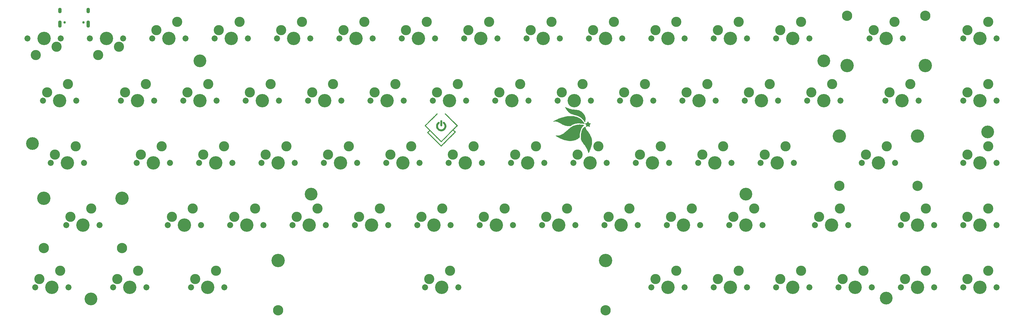
<source format=gbr>
G04 #@! TF.GenerationSoftware,KiCad,Pcbnew,(5.1.10)-1*
G04 #@! TF.CreationDate,2022-02-11T01:48:37+07:00*
G04 #@! TF.ProjectId,uso!VNC,75736f21-564e-4432-9e6b-696361645f70,rev?*
G04 #@! TF.SameCoordinates,Original*
G04 #@! TF.FileFunction,Soldermask,Top*
G04 #@! TF.FilePolarity,Negative*
%FSLAX45Y45*%
G04 Gerber Fmt 4.5, Leading zero omitted, Abs format (unit mm)*
G04 Created by KiCad (PCBNEW (5.1.10)-1) date 2022-02-11 01:48:37*
%MOMM*%
%LPD*%
G01*
G04 APERTURE LIST*
%ADD10C,0.010000*%
%ADD11C,3.100000*%
%ADD12C,4.087800*%
%ADD13C,1.850000*%
%ADD14C,3.148000*%
%ADD15C,3.900000*%
%ADD16O,1.100000X1.700000*%
%ADD17O,1.100000X2.200000*%
%ADD18C,0.750000*%
G04 APERTURE END LIST*
D10*
G36*
X17714297Y-6104776D02*
G01*
X17717556Y-6105888D01*
X17720363Y-6107864D01*
X17721756Y-6109478D01*
X17723083Y-6112212D01*
X17723742Y-6115450D01*
X17723666Y-6118723D01*
X17723307Y-6120309D01*
X17723140Y-6120601D01*
X17722745Y-6121114D01*
X17722101Y-6121870D01*
X17721188Y-6122889D01*
X17719985Y-6124192D01*
X17718472Y-6125798D01*
X17716628Y-6127729D01*
X17714434Y-6130006D01*
X17711869Y-6132648D01*
X17708912Y-6135676D01*
X17705543Y-6139112D01*
X17701741Y-6142975D01*
X17697487Y-6147286D01*
X17692760Y-6152066D01*
X17687539Y-6157335D01*
X17681804Y-6163114D01*
X17675535Y-6169423D01*
X17668711Y-6176283D01*
X17661311Y-6183715D01*
X17653317Y-6191739D01*
X17644706Y-6200376D01*
X17635459Y-6209646D01*
X17625556Y-6219569D01*
X17614975Y-6230168D01*
X17603697Y-6241461D01*
X17591701Y-6253470D01*
X17578966Y-6266214D01*
X17565473Y-6279716D01*
X17551201Y-6293995D01*
X17545009Y-6300190D01*
X17367413Y-6477848D01*
X17838310Y-6948745D01*
X18073759Y-6713296D01*
X18309207Y-6477846D01*
X18131890Y-6300474D01*
X18119959Y-6288537D01*
X18108229Y-6276797D01*
X18096726Y-6265280D01*
X18085476Y-6254013D01*
X18074506Y-6243021D01*
X18063841Y-6232331D01*
X18053507Y-6221969D01*
X18043531Y-6211960D01*
X18033937Y-6202332D01*
X18024753Y-6193110D01*
X18016004Y-6184320D01*
X18007716Y-6175989D01*
X17999916Y-6168142D01*
X17992628Y-6160806D01*
X17985879Y-6154007D01*
X17979696Y-6147771D01*
X17974103Y-6142124D01*
X17969128Y-6137092D01*
X17964795Y-6132702D01*
X17961132Y-6128979D01*
X17958164Y-6125950D01*
X17955916Y-6123640D01*
X17954416Y-6122076D01*
X17953688Y-6121285D01*
X17953622Y-6121197D01*
X17952754Y-6118276D01*
X17952750Y-6115034D01*
X17953541Y-6111812D01*
X17955062Y-6108952D01*
X17956272Y-6107576D01*
X17958983Y-6105778D01*
X17962214Y-6104781D01*
X17965625Y-6104633D01*
X17968876Y-6105383D01*
X17969553Y-6105681D01*
X17970097Y-6106119D01*
X17971307Y-6107229D01*
X17973191Y-6109017D01*
X17975755Y-6111491D01*
X17979005Y-6114656D01*
X17982947Y-6118519D01*
X17987588Y-6123087D01*
X17992934Y-6128364D01*
X17998992Y-6134359D01*
X18005768Y-6141077D01*
X18013269Y-6148525D01*
X18021500Y-6156709D01*
X18030469Y-6165635D01*
X18040181Y-6175310D01*
X18050644Y-6185740D01*
X18061863Y-6196932D01*
X18073845Y-6208892D01*
X18086596Y-6221625D01*
X18100123Y-6235140D01*
X18114433Y-6249441D01*
X18129531Y-6264536D01*
X18145424Y-6280431D01*
X18154321Y-6289332D01*
X18336769Y-6471853D01*
X18337458Y-6474849D01*
X18337846Y-6477318D01*
X18337707Y-6479593D01*
X18337455Y-6480843D01*
X18337352Y-6481258D01*
X18337214Y-6481679D01*
X18337002Y-6482146D01*
X18336677Y-6482699D01*
X18336201Y-6483378D01*
X18335535Y-6484224D01*
X18334641Y-6485276D01*
X18333480Y-6486575D01*
X18332012Y-6488161D01*
X18330201Y-6490074D01*
X18328006Y-6492354D01*
X18325390Y-6495041D01*
X18322313Y-6498176D01*
X18318738Y-6501798D01*
X18314625Y-6505948D01*
X18309935Y-6510667D01*
X18304631Y-6515993D01*
X18298673Y-6521967D01*
X18292023Y-6528630D01*
X18284642Y-6536022D01*
X18276762Y-6543912D01*
X18216759Y-6603984D01*
X18247354Y-6634667D01*
X18253061Y-6640392D01*
X18258015Y-6645369D01*
X18262270Y-6649656D01*
X18265881Y-6653311D01*
X18268903Y-6656393D01*
X18271390Y-6658960D01*
X18273396Y-6661071D01*
X18274977Y-6662783D01*
X18276187Y-6664156D01*
X18277080Y-6665247D01*
X18277712Y-6666115D01*
X18278136Y-6666818D01*
X18278407Y-6667415D01*
X18278579Y-6667963D01*
X18278614Y-6668101D01*
X18278978Y-6671541D01*
X18278465Y-6674829D01*
X18277847Y-6676375D01*
X18277405Y-6676856D01*
X18276180Y-6678120D01*
X18274195Y-6680144D01*
X18271472Y-6682905D01*
X18268036Y-6686378D01*
X18263910Y-6690541D01*
X18259117Y-6695370D01*
X18253682Y-6700841D01*
X18247626Y-6706931D01*
X18240974Y-6713616D01*
X18233750Y-6720873D01*
X18225976Y-6728678D01*
X18217676Y-6737007D01*
X18208874Y-6745838D01*
X18199593Y-6755146D01*
X18189857Y-6764908D01*
X18179688Y-6775100D01*
X18169111Y-6785699D01*
X18158149Y-6796682D01*
X18146826Y-6808025D01*
X18135164Y-6819704D01*
X18123188Y-6831695D01*
X18110920Y-6843976D01*
X18098385Y-6856522D01*
X18085605Y-6869311D01*
X18072604Y-6882318D01*
X18061166Y-6893761D01*
X18043644Y-6911285D01*
X18026920Y-6928009D01*
X18010984Y-6943940D01*
X17995829Y-6959088D01*
X17981445Y-6973459D01*
X17967825Y-6987064D01*
X17954960Y-6999909D01*
X17942842Y-7012003D01*
X17931463Y-7023355D01*
X17920813Y-7033974D01*
X17910885Y-7043866D01*
X17901671Y-7053041D01*
X17893161Y-7061507D01*
X17885348Y-7069272D01*
X17878223Y-7076345D01*
X17871778Y-7082734D01*
X17866005Y-7088447D01*
X17860894Y-7093492D01*
X17856438Y-7097879D01*
X17852629Y-7101615D01*
X17849457Y-7104708D01*
X17846915Y-7107167D01*
X17844994Y-7109001D01*
X17843686Y-7110217D01*
X17842983Y-7110824D01*
X17842875Y-7110895D01*
X17839695Y-7111788D01*
X17836148Y-7111744D01*
X17834028Y-7111280D01*
X17833722Y-7111081D01*
X17833107Y-7110570D01*
X17832167Y-7109728D01*
X17830884Y-7108538D01*
X17829240Y-7106984D01*
X17827220Y-7105047D01*
X17824805Y-7102711D01*
X17821978Y-7099959D01*
X17818722Y-7096774D01*
X17815020Y-7093137D01*
X17810853Y-7089033D01*
X17806206Y-7084444D01*
X17801060Y-7079352D01*
X17795399Y-7073741D01*
X17789205Y-7067594D01*
X17782461Y-7060893D01*
X17775149Y-7053621D01*
X17767252Y-7045761D01*
X17758754Y-7037296D01*
X17749636Y-7028209D01*
X17739882Y-7018482D01*
X17729473Y-7008099D01*
X17718394Y-6997042D01*
X17706626Y-6985293D01*
X17694152Y-6972837D01*
X17680955Y-6959655D01*
X17667018Y-6945731D01*
X17652324Y-6931048D01*
X17636854Y-6915587D01*
X17623548Y-6902287D01*
X17610244Y-6888986D01*
X17597178Y-6875919D01*
X17584373Y-6863111D01*
X17571852Y-6850582D01*
X17559638Y-6838357D01*
X17547754Y-6826458D01*
X17536222Y-6814908D01*
X17525064Y-6803729D01*
X17514304Y-6792945D01*
X17503965Y-6782577D01*
X17494068Y-6772650D01*
X17484636Y-6763185D01*
X17475693Y-6754206D01*
X17467261Y-6745735D01*
X17459362Y-6737795D01*
X17452020Y-6730409D01*
X17445256Y-6723600D01*
X17439095Y-6717389D01*
X17433557Y-6711801D01*
X17428667Y-6706858D01*
X17424446Y-6702583D01*
X17420917Y-6698998D01*
X17418104Y-6696127D01*
X17416028Y-6693991D01*
X17414713Y-6692614D01*
X17414181Y-6692019D01*
X17414172Y-6692005D01*
X17413053Y-6688527D01*
X17413047Y-6686754D01*
X17441614Y-6686754D01*
X17639676Y-6884827D01*
X17652282Y-6897432D01*
X17664686Y-6909832D01*
X17676865Y-6922004D01*
X17688794Y-6933922D01*
X17700447Y-6945563D01*
X17711802Y-6956902D01*
X17722832Y-6967915D01*
X17733515Y-6978577D01*
X17743824Y-6988863D01*
X17753737Y-6998751D01*
X17763228Y-7008214D01*
X17772272Y-7017229D01*
X17780847Y-7025771D01*
X17788926Y-7033817D01*
X17796485Y-7041341D01*
X17803500Y-7048319D01*
X17809947Y-7054727D01*
X17815801Y-7060540D01*
X17821037Y-7065734D01*
X17825632Y-7070285D01*
X17829560Y-7074169D01*
X17832797Y-7077360D01*
X17835319Y-7079835D01*
X17837100Y-7081568D01*
X17838118Y-7082537D01*
X17838364Y-7082747D01*
X17838803Y-7082337D01*
X17840024Y-7081144D01*
X17842003Y-7079190D01*
X17844717Y-7076501D01*
X17848142Y-7073099D01*
X17852252Y-7069009D01*
X17857026Y-7064256D01*
X17862437Y-7058862D01*
X17868463Y-7052852D01*
X17875080Y-7046251D01*
X17882262Y-7039081D01*
X17889988Y-7031367D01*
X17898231Y-7023132D01*
X17906969Y-7014402D01*
X17916177Y-7005200D01*
X17925832Y-6995549D01*
X17935909Y-6985474D01*
X17946384Y-6974999D01*
X17957233Y-6964148D01*
X17968433Y-6952944D01*
X17979959Y-6941413D01*
X17991788Y-6929577D01*
X18003894Y-6917460D01*
X18016255Y-6905088D01*
X18028846Y-6892483D01*
X18041644Y-6879670D01*
X18044523Y-6876786D01*
X18250057Y-6670978D01*
X18224979Y-6645904D01*
X18199900Y-6620831D01*
X18022529Y-6798182D01*
X18006945Y-6813763D01*
X17992153Y-6828548D01*
X17978143Y-6842547D01*
X17964902Y-6855773D01*
X17952418Y-6868238D01*
X17940679Y-6879954D01*
X17929673Y-6890933D01*
X17919388Y-6901187D01*
X17909811Y-6910727D01*
X17900932Y-6919567D01*
X17892737Y-6927717D01*
X17885215Y-6935191D01*
X17878353Y-6941999D01*
X17872140Y-6948154D01*
X17866563Y-6953667D01*
X17861611Y-6958552D01*
X17857271Y-6962819D01*
X17853531Y-6966481D01*
X17850379Y-6969550D01*
X17847803Y-6972037D01*
X17845791Y-6973955D01*
X17844331Y-6975316D01*
X17843411Y-6976132D01*
X17843037Y-6976409D01*
X17840605Y-6977043D01*
X17837743Y-6977261D01*
X17835014Y-6977045D01*
X17833637Y-6976687D01*
X17833118Y-6976242D01*
X17831816Y-6975013D01*
X17829753Y-6973020D01*
X17826952Y-6970288D01*
X17823436Y-6966839D01*
X17819229Y-6962696D01*
X17814352Y-6957882D01*
X17808829Y-6952419D01*
X17802684Y-6946330D01*
X17795938Y-6939638D01*
X17788614Y-6932366D01*
X17780736Y-6924536D01*
X17772327Y-6916172D01*
X17763409Y-6907295D01*
X17754005Y-6897930D01*
X17744139Y-6888098D01*
X17733832Y-6877822D01*
X17723109Y-6867125D01*
X17711992Y-6856031D01*
X17700503Y-6844561D01*
X17688666Y-6832738D01*
X17676504Y-6820586D01*
X17664039Y-6808126D01*
X17662079Y-6806166D01*
X17492127Y-6636241D01*
X17441614Y-6686754D01*
X17413047Y-6686754D01*
X17413041Y-6685024D01*
X17413366Y-6683473D01*
X17413545Y-6682923D01*
X17413829Y-6682317D01*
X17414271Y-6681597D01*
X17414926Y-6680706D01*
X17415849Y-6679586D01*
X17417093Y-6678177D01*
X17418715Y-6676422D01*
X17420767Y-6674264D01*
X17423306Y-6671643D01*
X17426384Y-6668501D01*
X17430057Y-6664781D01*
X17434379Y-6660425D01*
X17439405Y-6655374D01*
X17444685Y-6650075D01*
X17475276Y-6619390D01*
X17407806Y-6551900D01*
X17398221Y-6542306D01*
X17389430Y-6533496D01*
X17381416Y-6525452D01*
X17374162Y-6518157D01*
X17367650Y-6511593D01*
X17361863Y-6505741D01*
X17356783Y-6500584D01*
X17352392Y-6496104D01*
X17348673Y-6492283D01*
X17345609Y-6489103D01*
X17343182Y-6486547D01*
X17341374Y-6484596D01*
X17340168Y-6483233D01*
X17339546Y-6482439D01*
X17339461Y-6482288D01*
X17338687Y-6479022D01*
X17338856Y-6475591D01*
X17339682Y-6472994D01*
X17340170Y-6472408D01*
X17341436Y-6471048D01*
X17343448Y-6468946D01*
X17346175Y-6466133D01*
X17349587Y-6462640D01*
X17353651Y-6458498D01*
X17358337Y-6453740D01*
X17363613Y-6448394D01*
X17369449Y-6442494D01*
X17375813Y-6436069D01*
X17382674Y-6429152D01*
X17390001Y-6421772D01*
X17397763Y-6413962D01*
X17405929Y-6405753D01*
X17414467Y-6397175D01*
X17423346Y-6388260D01*
X17432535Y-6379038D01*
X17442003Y-6369542D01*
X17451720Y-6359802D01*
X17461652Y-6349850D01*
X17471771Y-6339716D01*
X17482043Y-6329431D01*
X17492439Y-6319027D01*
X17502927Y-6308535D01*
X17513476Y-6297986D01*
X17524055Y-6287412D01*
X17534632Y-6276842D01*
X17545176Y-6266310D01*
X17555657Y-6255844D01*
X17566043Y-6245478D01*
X17576303Y-6235241D01*
X17586405Y-6225166D01*
X17596319Y-6215282D01*
X17606014Y-6205622D01*
X17615458Y-6196216D01*
X17624620Y-6187096D01*
X17633469Y-6178293D01*
X17641974Y-6169838D01*
X17650103Y-6161761D01*
X17657827Y-6154095D01*
X17665112Y-6146870D01*
X17671929Y-6140118D01*
X17678245Y-6133869D01*
X17684031Y-6128155D01*
X17689254Y-6123006D01*
X17693884Y-6118455D01*
X17697889Y-6114532D01*
X17701239Y-6111268D01*
X17703901Y-6108695D01*
X17705846Y-6106843D01*
X17707041Y-6105744D01*
X17707438Y-6105427D01*
X17710839Y-6104598D01*
X17714297Y-6104776D01*
G37*
X17714297Y-6104776D02*
X17717556Y-6105888D01*
X17720363Y-6107864D01*
X17721756Y-6109478D01*
X17723083Y-6112212D01*
X17723742Y-6115450D01*
X17723666Y-6118723D01*
X17723307Y-6120309D01*
X17723140Y-6120601D01*
X17722745Y-6121114D01*
X17722101Y-6121870D01*
X17721188Y-6122889D01*
X17719985Y-6124192D01*
X17718472Y-6125798D01*
X17716628Y-6127729D01*
X17714434Y-6130006D01*
X17711869Y-6132648D01*
X17708912Y-6135676D01*
X17705543Y-6139112D01*
X17701741Y-6142975D01*
X17697487Y-6147286D01*
X17692760Y-6152066D01*
X17687539Y-6157335D01*
X17681804Y-6163114D01*
X17675535Y-6169423D01*
X17668711Y-6176283D01*
X17661311Y-6183715D01*
X17653317Y-6191739D01*
X17644706Y-6200376D01*
X17635459Y-6209646D01*
X17625556Y-6219569D01*
X17614975Y-6230168D01*
X17603697Y-6241461D01*
X17591701Y-6253470D01*
X17578966Y-6266214D01*
X17565473Y-6279716D01*
X17551201Y-6293995D01*
X17545009Y-6300190D01*
X17367413Y-6477848D01*
X17838310Y-6948745D01*
X18073759Y-6713296D01*
X18309207Y-6477846D01*
X18131890Y-6300474D01*
X18119959Y-6288537D01*
X18108229Y-6276797D01*
X18096726Y-6265280D01*
X18085476Y-6254013D01*
X18074506Y-6243021D01*
X18063841Y-6232331D01*
X18053507Y-6221969D01*
X18043531Y-6211960D01*
X18033937Y-6202332D01*
X18024753Y-6193110D01*
X18016004Y-6184320D01*
X18007716Y-6175989D01*
X17999916Y-6168142D01*
X17992628Y-6160806D01*
X17985879Y-6154007D01*
X17979696Y-6147771D01*
X17974103Y-6142124D01*
X17969128Y-6137092D01*
X17964795Y-6132702D01*
X17961132Y-6128979D01*
X17958164Y-6125950D01*
X17955916Y-6123640D01*
X17954416Y-6122076D01*
X17953688Y-6121285D01*
X17953622Y-6121197D01*
X17952754Y-6118276D01*
X17952750Y-6115034D01*
X17953541Y-6111812D01*
X17955062Y-6108952D01*
X17956272Y-6107576D01*
X17958983Y-6105778D01*
X17962214Y-6104781D01*
X17965625Y-6104633D01*
X17968876Y-6105383D01*
X17969553Y-6105681D01*
X17970097Y-6106119D01*
X17971307Y-6107229D01*
X17973191Y-6109017D01*
X17975755Y-6111491D01*
X17979005Y-6114656D01*
X17982947Y-6118519D01*
X17987588Y-6123087D01*
X17992934Y-6128364D01*
X17998992Y-6134359D01*
X18005768Y-6141077D01*
X18013269Y-6148525D01*
X18021500Y-6156709D01*
X18030469Y-6165635D01*
X18040181Y-6175310D01*
X18050644Y-6185740D01*
X18061863Y-6196932D01*
X18073845Y-6208892D01*
X18086596Y-6221625D01*
X18100123Y-6235140D01*
X18114433Y-6249441D01*
X18129531Y-6264536D01*
X18145424Y-6280431D01*
X18154321Y-6289332D01*
X18336769Y-6471853D01*
X18337458Y-6474849D01*
X18337846Y-6477318D01*
X18337707Y-6479593D01*
X18337455Y-6480843D01*
X18337352Y-6481258D01*
X18337214Y-6481679D01*
X18337002Y-6482146D01*
X18336677Y-6482699D01*
X18336201Y-6483378D01*
X18335535Y-6484224D01*
X18334641Y-6485276D01*
X18333480Y-6486575D01*
X18332012Y-6488161D01*
X18330201Y-6490074D01*
X18328006Y-6492354D01*
X18325390Y-6495041D01*
X18322313Y-6498176D01*
X18318738Y-6501798D01*
X18314625Y-6505948D01*
X18309935Y-6510667D01*
X18304631Y-6515993D01*
X18298673Y-6521967D01*
X18292023Y-6528630D01*
X18284642Y-6536022D01*
X18276762Y-6543912D01*
X18216759Y-6603984D01*
X18247354Y-6634667D01*
X18253061Y-6640392D01*
X18258015Y-6645369D01*
X18262270Y-6649656D01*
X18265881Y-6653311D01*
X18268903Y-6656393D01*
X18271390Y-6658960D01*
X18273396Y-6661071D01*
X18274977Y-6662783D01*
X18276187Y-6664156D01*
X18277080Y-6665247D01*
X18277712Y-6666115D01*
X18278136Y-6666818D01*
X18278407Y-6667415D01*
X18278579Y-6667963D01*
X18278614Y-6668101D01*
X18278978Y-6671541D01*
X18278465Y-6674829D01*
X18277847Y-6676375D01*
X18277405Y-6676856D01*
X18276180Y-6678120D01*
X18274195Y-6680144D01*
X18271472Y-6682905D01*
X18268036Y-6686378D01*
X18263910Y-6690541D01*
X18259117Y-6695370D01*
X18253682Y-6700841D01*
X18247626Y-6706931D01*
X18240974Y-6713616D01*
X18233750Y-6720873D01*
X18225976Y-6728678D01*
X18217676Y-6737007D01*
X18208874Y-6745838D01*
X18199593Y-6755146D01*
X18189857Y-6764908D01*
X18179688Y-6775100D01*
X18169111Y-6785699D01*
X18158149Y-6796682D01*
X18146826Y-6808025D01*
X18135164Y-6819704D01*
X18123188Y-6831695D01*
X18110920Y-6843976D01*
X18098385Y-6856522D01*
X18085605Y-6869311D01*
X18072604Y-6882318D01*
X18061166Y-6893761D01*
X18043644Y-6911285D01*
X18026920Y-6928009D01*
X18010984Y-6943940D01*
X17995829Y-6959088D01*
X17981445Y-6973459D01*
X17967825Y-6987064D01*
X17954960Y-6999909D01*
X17942842Y-7012003D01*
X17931463Y-7023355D01*
X17920813Y-7033974D01*
X17910885Y-7043866D01*
X17901671Y-7053041D01*
X17893161Y-7061507D01*
X17885348Y-7069272D01*
X17878223Y-7076345D01*
X17871778Y-7082734D01*
X17866005Y-7088447D01*
X17860894Y-7093492D01*
X17856438Y-7097879D01*
X17852629Y-7101615D01*
X17849457Y-7104708D01*
X17846915Y-7107167D01*
X17844994Y-7109001D01*
X17843686Y-7110217D01*
X17842983Y-7110824D01*
X17842875Y-7110895D01*
X17839695Y-7111788D01*
X17836148Y-7111744D01*
X17834028Y-7111280D01*
X17833722Y-7111081D01*
X17833107Y-7110570D01*
X17832167Y-7109728D01*
X17830884Y-7108538D01*
X17829240Y-7106984D01*
X17827220Y-7105047D01*
X17824805Y-7102711D01*
X17821978Y-7099959D01*
X17818722Y-7096774D01*
X17815020Y-7093137D01*
X17810853Y-7089033D01*
X17806206Y-7084444D01*
X17801060Y-7079352D01*
X17795399Y-7073741D01*
X17789205Y-7067594D01*
X17782461Y-7060893D01*
X17775149Y-7053621D01*
X17767252Y-7045761D01*
X17758754Y-7037296D01*
X17749636Y-7028209D01*
X17739882Y-7018482D01*
X17729473Y-7008099D01*
X17718394Y-6997042D01*
X17706626Y-6985293D01*
X17694152Y-6972837D01*
X17680955Y-6959655D01*
X17667018Y-6945731D01*
X17652324Y-6931048D01*
X17636854Y-6915587D01*
X17623548Y-6902287D01*
X17610244Y-6888986D01*
X17597178Y-6875919D01*
X17584373Y-6863111D01*
X17571852Y-6850582D01*
X17559638Y-6838357D01*
X17547754Y-6826458D01*
X17536222Y-6814908D01*
X17525064Y-6803729D01*
X17514304Y-6792945D01*
X17503965Y-6782577D01*
X17494068Y-6772650D01*
X17484636Y-6763185D01*
X17475693Y-6754206D01*
X17467261Y-6745735D01*
X17459362Y-6737795D01*
X17452020Y-6730409D01*
X17445256Y-6723600D01*
X17439095Y-6717389D01*
X17433557Y-6711801D01*
X17428667Y-6706858D01*
X17424446Y-6702583D01*
X17420917Y-6698998D01*
X17418104Y-6696127D01*
X17416028Y-6693991D01*
X17414713Y-6692614D01*
X17414181Y-6692019D01*
X17414172Y-6692005D01*
X17413053Y-6688527D01*
X17413047Y-6686754D01*
X17441614Y-6686754D01*
X17639676Y-6884827D01*
X17652282Y-6897432D01*
X17664686Y-6909832D01*
X17676865Y-6922004D01*
X17688794Y-6933922D01*
X17700447Y-6945563D01*
X17711802Y-6956902D01*
X17722832Y-6967915D01*
X17733515Y-6978577D01*
X17743824Y-6988863D01*
X17753737Y-6998751D01*
X17763228Y-7008214D01*
X17772272Y-7017229D01*
X17780847Y-7025771D01*
X17788926Y-7033817D01*
X17796485Y-7041341D01*
X17803500Y-7048319D01*
X17809947Y-7054727D01*
X17815801Y-7060540D01*
X17821037Y-7065734D01*
X17825632Y-7070285D01*
X17829560Y-7074169D01*
X17832797Y-7077360D01*
X17835319Y-7079835D01*
X17837100Y-7081568D01*
X17838118Y-7082537D01*
X17838364Y-7082747D01*
X17838803Y-7082337D01*
X17840024Y-7081144D01*
X17842003Y-7079190D01*
X17844717Y-7076501D01*
X17848142Y-7073099D01*
X17852252Y-7069009D01*
X17857026Y-7064256D01*
X17862437Y-7058862D01*
X17868463Y-7052852D01*
X17875080Y-7046251D01*
X17882262Y-7039081D01*
X17889988Y-7031367D01*
X17898231Y-7023132D01*
X17906969Y-7014402D01*
X17916177Y-7005200D01*
X17925832Y-6995549D01*
X17935909Y-6985474D01*
X17946384Y-6974999D01*
X17957233Y-6964148D01*
X17968433Y-6952944D01*
X17979959Y-6941413D01*
X17991788Y-6929577D01*
X18003894Y-6917460D01*
X18016255Y-6905088D01*
X18028846Y-6892483D01*
X18041644Y-6879670D01*
X18044523Y-6876786D01*
X18250057Y-6670978D01*
X18224979Y-6645904D01*
X18199900Y-6620831D01*
X18022529Y-6798182D01*
X18006945Y-6813763D01*
X17992153Y-6828548D01*
X17978143Y-6842547D01*
X17964902Y-6855773D01*
X17952418Y-6868238D01*
X17940679Y-6879954D01*
X17929673Y-6890933D01*
X17919388Y-6901187D01*
X17909811Y-6910727D01*
X17900932Y-6919567D01*
X17892737Y-6927717D01*
X17885215Y-6935191D01*
X17878353Y-6941999D01*
X17872140Y-6948154D01*
X17866563Y-6953667D01*
X17861611Y-6958552D01*
X17857271Y-6962819D01*
X17853531Y-6966481D01*
X17850379Y-6969550D01*
X17847803Y-6972037D01*
X17845791Y-6973955D01*
X17844331Y-6975316D01*
X17843411Y-6976132D01*
X17843037Y-6976409D01*
X17840605Y-6977043D01*
X17837743Y-6977261D01*
X17835014Y-6977045D01*
X17833637Y-6976687D01*
X17833118Y-6976242D01*
X17831816Y-6975013D01*
X17829753Y-6973020D01*
X17826952Y-6970288D01*
X17823436Y-6966839D01*
X17819229Y-6962696D01*
X17814352Y-6957882D01*
X17808829Y-6952419D01*
X17802684Y-6946330D01*
X17795938Y-6939638D01*
X17788614Y-6932366D01*
X17780736Y-6924536D01*
X17772327Y-6916172D01*
X17763409Y-6907295D01*
X17754005Y-6897930D01*
X17744139Y-6888098D01*
X17733832Y-6877822D01*
X17723109Y-6867125D01*
X17711992Y-6856031D01*
X17700503Y-6844561D01*
X17688666Y-6832738D01*
X17676504Y-6820586D01*
X17664039Y-6808126D01*
X17662079Y-6806166D01*
X17492127Y-6636241D01*
X17441614Y-6686754D01*
X17413047Y-6686754D01*
X17413041Y-6685024D01*
X17413366Y-6683473D01*
X17413545Y-6682923D01*
X17413829Y-6682317D01*
X17414271Y-6681597D01*
X17414926Y-6680706D01*
X17415849Y-6679586D01*
X17417093Y-6678177D01*
X17418715Y-6676422D01*
X17420767Y-6674264D01*
X17423306Y-6671643D01*
X17426384Y-6668501D01*
X17430057Y-6664781D01*
X17434379Y-6660425D01*
X17439405Y-6655374D01*
X17444685Y-6650075D01*
X17475276Y-6619390D01*
X17407806Y-6551900D01*
X17398221Y-6542306D01*
X17389430Y-6533496D01*
X17381416Y-6525452D01*
X17374162Y-6518157D01*
X17367650Y-6511593D01*
X17361863Y-6505741D01*
X17356783Y-6500584D01*
X17352392Y-6496104D01*
X17348673Y-6492283D01*
X17345609Y-6489103D01*
X17343182Y-6486547D01*
X17341374Y-6484596D01*
X17340168Y-6483233D01*
X17339546Y-6482439D01*
X17339461Y-6482288D01*
X17338687Y-6479022D01*
X17338856Y-6475591D01*
X17339682Y-6472994D01*
X17340170Y-6472408D01*
X17341436Y-6471048D01*
X17343448Y-6468946D01*
X17346175Y-6466133D01*
X17349587Y-6462640D01*
X17353651Y-6458498D01*
X17358337Y-6453740D01*
X17363613Y-6448394D01*
X17369449Y-6442494D01*
X17375813Y-6436069D01*
X17382674Y-6429152D01*
X17390001Y-6421772D01*
X17397763Y-6413962D01*
X17405929Y-6405753D01*
X17414467Y-6397175D01*
X17423346Y-6388260D01*
X17432535Y-6379038D01*
X17442003Y-6369542D01*
X17451720Y-6359802D01*
X17461652Y-6349850D01*
X17471771Y-6339716D01*
X17482043Y-6329431D01*
X17492439Y-6319027D01*
X17502927Y-6308535D01*
X17513476Y-6297986D01*
X17524055Y-6287412D01*
X17534632Y-6276842D01*
X17545176Y-6266310D01*
X17555657Y-6255844D01*
X17566043Y-6245478D01*
X17576303Y-6235241D01*
X17586405Y-6225166D01*
X17596319Y-6215282D01*
X17606014Y-6205622D01*
X17615458Y-6196216D01*
X17624620Y-6187096D01*
X17633469Y-6178293D01*
X17641974Y-6169838D01*
X17650103Y-6161761D01*
X17657827Y-6154095D01*
X17665112Y-6146870D01*
X17671929Y-6140118D01*
X17678245Y-6133869D01*
X17684031Y-6128155D01*
X17689254Y-6123006D01*
X17693884Y-6118455D01*
X17697889Y-6114532D01*
X17701239Y-6111268D01*
X17703901Y-6108695D01*
X17705846Y-6106843D01*
X17707041Y-6105744D01*
X17707438Y-6105427D01*
X17710839Y-6104598D01*
X17714297Y-6104776D01*
G36*
X17920990Y-6363496D02*
G01*
X17925807Y-6365220D01*
X17928316Y-6366647D01*
X17931428Y-6368804D01*
X17934987Y-6371565D01*
X17938841Y-6374807D01*
X17942836Y-6378402D01*
X17946818Y-6382226D01*
X17947357Y-6382764D01*
X17954350Y-6390165D01*
X17960484Y-6397534D01*
X17965967Y-6405164D01*
X17971011Y-6413348D01*
X17975825Y-6422378D01*
X17975867Y-6422462D01*
X17981178Y-6434374D01*
X17985425Y-6446646D01*
X17988601Y-6459207D01*
X17990697Y-6471983D01*
X17991708Y-6484904D01*
X17991624Y-6497895D01*
X17990440Y-6510886D01*
X17988146Y-6523804D01*
X17986917Y-6528931D01*
X17983787Y-6539267D01*
X17979721Y-6549778D01*
X17974843Y-6560216D01*
X17969278Y-6570333D01*
X17963150Y-6579881D01*
X17957535Y-6587437D01*
X17954843Y-6590617D01*
X17951507Y-6594265D01*
X17947773Y-6598134D01*
X17943885Y-6601980D01*
X17940090Y-6605555D01*
X17936635Y-6608614D01*
X17935058Y-6609916D01*
X17925781Y-6616734D01*
X17915789Y-6622982D01*
X17905285Y-6628564D01*
X17894475Y-6633382D01*
X17883561Y-6637339D01*
X17872748Y-6640339D01*
X17869702Y-6641007D01*
X17861925Y-6642370D01*
X17853663Y-6643386D01*
X17845269Y-6644031D01*
X17837096Y-6644281D01*
X17829499Y-6644112D01*
X17827132Y-6643956D01*
X17815103Y-6642549D01*
X17803356Y-6640213D01*
X17791924Y-6637003D01*
X17779463Y-6632436D01*
X17767590Y-6626916D01*
X17756344Y-6620485D01*
X17745764Y-6613190D01*
X17735886Y-6605076D01*
X17726748Y-6596188D01*
X17718389Y-6586570D01*
X17710847Y-6576269D01*
X17704158Y-6565328D01*
X17698362Y-6553794D01*
X17693495Y-6541710D01*
X17689596Y-6529123D01*
X17686703Y-6516077D01*
X17685825Y-6510666D01*
X17685365Y-6506523D01*
X17685040Y-6501532D01*
X17684850Y-6495978D01*
X17684795Y-6490147D01*
X17684874Y-6484324D01*
X17685089Y-6478795D01*
X17685438Y-6473846D01*
X17685815Y-6470490D01*
X17688206Y-6457318D01*
X17691659Y-6444504D01*
X17696151Y-6432104D01*
X17701658Y-6420172D01*
X17708157Y-6408766D01*
X17715625Y-6397940D01*
X17716941Y-6396224D01*
X17720099Y-6392381D01*
X17723725Y-6388336D01*
X17727672Y-6384224D01*
X17731797Y-6380177D01*
X17735954Y-6376329D01*
X17739999Y-6372813D01*
X17743785Y-6369764D01*
X17747169Y-6367314D01*
X17750005Y-6365598D01*
X17750408Y-6365395D01*
X17755373Y-6363599D01*
X17760523Y-6362861D01*
X17765684Y-6363163D01*
X17770682Y-6364489D01*
X17775342Y-6366821D01*
X17777089Y-6368044D01*
X17779542Y-6370361D01*
X17781952Y-6373395D01*
X17784040Y-6376746D01*
X17785526Y-6380014D01*
X17785605Y-6380242D01*
X17786633Y-6384989D01*
X17786718Y-6390024D01*
X17785898Y-6395058D01*
X17784212Y-6399799D01*
X17782564Y-6402750D01*
X17781263Y-6404380D01*
X17779372Y-6406342D01*
X17777226Y-6408298D01*
X17776414Y-6408968D01*
X17773165Y-6411729D01*
X17769569Y-6415062D01*
X17765843Y-6418741D01*
X17762205Y-6422540D01*
X17758873Y-6426235D01*
X17756065Y-6429598D01*
X17754545Y-6431612D01*
X17749731Y-6439177D01*
X17745445Y-6447496D01*
X17741824Y-6456255D01*
X17739002Y-6465136D01*
X17737570Y-6471282D01*
X17736801Y-6476281D01*
X17736263Y-6482009D01*
X17735973Y-6488074D01*
X17735945Y-6494083D01*
X17736195Y-6499645D01*
X17736400Y-6501884D01*
X17738116Y-6512362D01*
X17740919Y-6522559D01*
X17744770Y-6532401D01*
X17749635Y-6541815D01*
X17755477Y-6550728D01*
X17762258Y-6559066D01*
X17767521Y-6564498D01*
X17775339Y-6571243D01*
X17783918Y-6577225D01*
X17793108Y-6582368D01*
X17802761Y-6586596D01*
X17812724Y-6589834D01*
X17821471Y-6591776D01*
X17824911Y-6592228D01*
X17829146Y-6592558D01*
X17833879Y-6592763D01*
X17838809Y-6592841D01*
X17843637Y-6592787D01*
X17848065Y-6592600D01*
X17851792Y-6592277D01*
X17853150Y-6592087D01*
X17863835Y-6589796D01*
X17874101Y-6586486D01*
X17883884Y-6582202D01*
X17893116Y-6576986D01*
X17901733Y-6570882D01*
X17909667Y-6563934D01*
X17916855Y-6556185D01*
X17923228Y-6547679D01*
X17925371Y-6544343D01*
X17927341Y-6540899D01*
X17929471Y-6536778D01*
X17931579Y-6532362D01*
X17933484Y-6528034D01*
X17935005Y-6524180D01*
X17935332Y-6523251D01*
X17938177Y-6513175D01*
X17939940Y-6502872D01*
X17940633Y-6492446D01*
X17940266Y-6482005D01*
X17938851Y-6471653D01*
X17936398Y-6461497D01*
X17932917Y-6451641D01*
X17928420Y-6442193D01*
X17926780Y-6439293D01*
X17922191Y-6432107D01*
X17917216Y-6425569D01*
X17911637Y-6419426D01*
X17905234Y-6413423D01*
X17902630Y-6411200D01*
X17900133Y-6409046D01*
X17897788Y-6406892D01*
X17895820Y-6404958D01*
X17894458Y-6403458D01*
X17894225Y-6403159D01*
X17891955Y-6399204D01*
X17890403Y-6394666D01*
X17889634Y-6389883D01*
X17889714Y-6385190D01*
X17890191Y-6382584D01*
X17892020Y-6377523D01*
X17894677Y-6373104D01*
X17898036Y-6369389D01*
X17901973Y-6366438D01*
X17906362Y-6364312D01*
X17911078Y-6363072D01*
X17915995Y-6362780D01*
X17920990Y-6363496D01*
G37*
X17920990Y-6363496D02*
X17925807Y-6365220D01*
X17928316Y-6366647D01*
X17931428Y-6368804D01*
X17934987Y-6371565D01*
X17938841Y-6374807D01*
X17942836Y-6378402D01*
X17946818Y-6382226D01*
X17947357Y-6382764D01*
X17954350Y-6390165D01*
X17960484Y-6397534D01*
X17965967Y-6405164D01*
X17971011Y-6413348D01*
X17975825Y-6422378D01*
X17975867Y-6422462D01*
X17981178Y-6434374D01*
X17985425Y-6446646D01*
X17988601Y-6459207D01*
X17990697Y-6471983D01*
X17991708Y-6484904D01*
X17991624Y-6497895D01*
X17990440Y-6510886D01*
X17988146Y-6523804D01*
X17986917Y-6528931D01*
X17983787Y-6539267D01*
X17979721Y-6549778D01*
X17974843Y-6560216D01*
X17969278Y-6570333D01*
X17963150Y-6579881D01*
X17957535Y-6587437D01*
X17954843Y-6590617D01*
X17951507Y-6594265D01*
X17947773Y-6598134D01*
X17943885Y-6601980D01*
X17940090Y-6605555D01*
X17936635Y-6608614D01*
X17935058Y-6609916D01*
X17925781Y-6616734D01*
X17915789Y-6622982D01*
X17905285Y-6628564D01*
X17894475Y-6633382D01*
X17883561Y-6637339D01*
X17872748Y-6640339D01*
X17869702Y-6641007D01*
X17861925Y-6642370D01*
X17853663Y-6643386D01*
X17845269Y-6644031D01*
X17837096Y-6644281D01*
X17829499Y-6644112D01*
X17827132Y-6643956D01*
X17815103Y-6642549D01*
X17803356Y-6640213D01*
X17791924Y-6637003D01*
X17779463Y-6632436D01*
X17767590Y-6626916D01*
X17756344Y-6620485D01*
X17745764Y-6613190D01*
X17735886Y-6605076D01*
X17726748Y-6596188D01*
X17718389Y-6586570D01*
X17710847Y-6576269D01*
X17704158Y-6565328D01*
X17698362Y-6553794D01*
X17693495Y-6541710D01*
X17689596Y-6529123D01*
X17686703Y-6516077D01*
X17685825Y-6510666D01*
X17685365Y-6506523D01*
X17685040Y-6501532D01*
X17684850Y-6495978D01*
X17684795Y-6490147D01*
X17684874Y-6484324D01*
X17685089Y-6478795D01*
X17685438Y-6473846D01*
X17685815Y-6470490D01*
X17688206Y-6457318D01*
X17691659Y-6444504D01*
X17696151Y-6432104D01*
X17701658Y-6420172D01*
X17708157Y-6408766D01*
X17715625Y-6397940D01*
X17716941Y-6396224D01*
X17720099Y-6392381D01*
X17723725Y-6388336D01*
X17727672Y-6384224D01*
X17731797Y-6380177D01*
X17735954Y-6376329D01*
X17739999Y-6372813D01*
X17743785Y-6369764D01*
X17747169Y-6367314D01*
X17750005Y-6365598D01*
X17750408Y-6365395D01*
X17755373Y-6363599D01*
X17760523Y-6362861D01*
X17765684Y-6363163D01*
X17770682Y-6364489D01*
X17775342Y-6366821D01*
X17777089Y-6368044D01*
X17779542Y-6370361D01*
X17781952Y-6373395D01*
X17784040Y-6376746D01*
X17785526Y-6380014D01*
X17785605Y-6380242D01*
X17786633Y-6384989D01*
X17786718Y-6390024D01*
X17785898Y-6395058D01*
X17784212Y-6399799D01*
X17782564Y-6402750D01*
X17781263Y-6404380D01*
X17779372Y-6406342D01*
X17777226Y-6408298D01*
X17776414Y-6408968D01*
X17773165Y-6411729D01*
X17769569Y-6415062D01*
X17765843Y-6418741D01*
X17762205Y-6422540D01*
X17758873Y-6426235D01*
X17756065Y-6429598D01*
X17754545Y-6431612D01*
X17749731Y-6439177D01*
X17745445Y-6447496D01*
X17741824Y-6456255D01*
X17739002Y-6465136D01*
X17737570Y-6471282D01*
X17736801Y-6476281D01*
X17736263Y-6482009D01*
X17735973Y-6488074D01*
X17735945Y-6494083D01*
X17736195Y-6499645D01*
X17736400Y-6501884D01*
X17738116Y-6512362D01*
X17740919Y-6522559D01*
X17744770Y-6532401D01*
X17749635Y-6541815D01*
X17755477Y-6550728D01*
X17762258Y-6559066D01*
X17767521Y-6564498D01*
X17775339Y-6571243D01*
X17783918Y-6577225D01*
X17793108Y-6582368D01*
X17802761Y-6586596D01*
X17812724Y-6589834D01*
X17821471Y-6591776D01*
X17824911Y-6592228D01*
X17829146Y-6592558D01*
X17833879Y-6592763D01*
X17838809Y-6592841D01*
X17843637Y-6592787D01*
X17848065Y-6592600D01*
X17851792Y-6592277D01*
X17853150Y-6592087D01*
X17863835Y-6589796D01*
X17874101Y-6586486D01*
X17883884Y-6582202D01*
X17893116Y-6576986D01*
X17901733Y-6570882D01*
X17909667Y-6563934D01*
X17916855Y-6556185D01*
X17923228Y-6547679D01*
X17925371Y-6544343D01*
X17927341Y-6540899D01*
X17929471Y-6536778D01*
X17931579Y-6532362D01*
X17933484Y-6528034D01*
X17935005Y-6524180D01*
X17935332Y-6523251D01*
X17938177Y-6513175D01*
X17939940Y-6502872D01*
X17940633Y-6492446D01*
X17940266Y-6482005D01*
X17938851Y-6471653D01*
X17936398Y-6461497D01*
X17932917Y-6451641D01*
X17928420Y-6442193D01*
X17926780Y-6439293D01*
X17922191Y-6432107D01*
X17917216Y-6425569D01*
X17911637Y-6419426D01*
X17905234Y-6413423D01*
X17902630Y-6411200D01*
X17900133Y-6409046D01*
X17897788Y-6406892D01*
X17895820Y-6404958D01*
X17894458Y-6403458D01*
X17894225Y-6403159D01*
X17891955Y-6399204D01*
X17890403Y-6394666D01*
X17889634Y-6389883D01*
X17889714Y-6385190D01*
X17890191Y-6382584D01*
X17892020Y-6377523D01*
X17894677Y-6373104D01*
X17898036Y-6369389D01*
X17901973Y-6366438D01*
X17906362Y-6364312D01*
X17911078Y-6363072D01*
X17915995Y-6362780D01*
X17920990Y-6363496D01*
G36*
X17842895Y-6311890D02*
G01*
X17847086Y-6313036D01*
X17848212Y-6313492D01*
X17852525Y-6315954D01*
X17856375Y-6319242D01*
X17859564Y-6323139D01*
X17861894Y-6327428D01*
X17862562Y-6329271D01*
X17862735Y-6329854D01*
X17862889Y-6330465D01*
X17863027Y-6331167D01*
X17863148Y-6332024D01*
X17863254Y-6333100D01*
X17863345Y-6334458D01*
X17863423Y-6336163D01*
X17863489Y-6338279D01*
X17863544Y-6340869D01*
X17863588Y-6343997D01*
X17863623Y-6347728D01*
X17863650Y-6352125D01*
X17863670Y-6357252D01*
X17863684Y-6363173D01*
X17863692Y-6369951D01*
X17863696Y-6377652D01*
X17863697Y-6386338D01*
X17863696Y-6396074D01*
X17863695Y-6400707D01*
X17863688Y-6411582D01*
X17863672Y-6421652D01*
X17863646Y-6430883D01*
X17863612Y-6439244D01*
X17863569Y-6446703D01*
X17863518Y-6453225D01*
X17863459Y-6458780D01*
X17863392Y-6463334D01*
X17863318Y-6466856D01*
X17863237Y-6469312D01*
X17863148Y-6470670D01*
X17863116Y-6470878D01*
X17861749Y-6474956D01*
X17859531Y-6478782D01*
X17856721Y-6482185D01*
X17853598Y-6485191D01*
X17850551Y-6487357D01*
X17847237Y-6488906D01*
X17845483Y-6489485D01*
X17842203Y-6490132D01*
X17838425Y-6490370D01*
X17834613Y-6490205D01*
X17831233Y-6489642D01*
X17830155Y-6489324D01*
X17825440Y-6487111D01*
X17821276Y-6483993D01*
X17817792Y-6480125D01*
X17815116Y-6475664D01*
X17813375Y-6470763D01*
X17812927Y-6468428D01*
X17812838Y-6467219D01*
X17812756Y-6464960D01*
X17812682Y-6461743D01*
X17812616Y-6457660D01*
X17812557Y-6452802D01*
X17812506Y-6447260D01*
X17812462Y-6441126D01*
X17812425Y-6434492D01*
X17812396Y-6427448D01*
X17812375Y-6420087D01*
X17812360Y-6412499D01*
X17812354Y-6404776D01*
X17812354Y-6397009D01*
X17812362Y-6389291D01*
X17812378Y-6381711D01*
X17812401Y-6374363D01*
X17812431Y-6367337D01*
X17812469Y-6360724D01*
X17812514Y-6354616D01*
X17812567Y-6349105D01*
X17812627Y-6344282D01*
X17812694Y-6340239D01*
X17812768Y-6337066D01*
X17812850Y-6334855D01*
X17812936Y-6333722D01*
X17814231Y-6328575D01*
X17816502Y-6323878D01*
X17819635Y-6319751D01*
X17823514Y-6316310D01*
X17828025Y-6313674D01*
X17833052Y-6311961D01*
X17834450Y-6311678D01*
X17838516Y-6311415D01*
X17842895Y-6311890D01*
G37*
X17842895Y-6311890D02*
X17847086Y-6313036D01*
X17848212Y-6313492D01*
X17852525Y-6315954D01*
X17856375Y-6319242D01*
X17859564Y-6323139D01*
X17861894Y-6327428D01*
X17862562Y-6329271D01*
X17862735Y-6329854D01*
X17862889Y-6330465D01*
X17863027Y-6331167D01*
X17863148Y-6332024D01*
X17863254Y-6333100D01*
X17863345Y-6334458D01*
X17863423Y-6336163D01*
X17863489Y-6338279D01*
X17863544Y-6340869D01*
X17863588Y-6343997D01*
X17863623Y-6347728D01*
X17863650Y-6352125D01*
X17863670Y-6357252D01*
X17863684Y-6363173D01*
X17863692Y-6369951D01*
X17863696Y-6377652D01*
X17863697Y-6386338D01*
X17863696Y-6396074D01*
X17863695Y-6400707D01*
X17863688Y-6411582D01*
X17863672Y-6421652D01*
X17863646Y-6430883D01*
X17863612Y-6439244D01*
X17863569Y-6446703D01*
X17863518Y-6453225D01*
X17863459Y-6458780D01*
X17863392Y-6463334D01*
X17863318Y-6466856D01*
X17863237Y-6469312D01*
X17863148Y-6470670D01*
X17863116Y-6470878D01*
X17861749Y-6474956D01*
X17859531Y-6478782D01*
X17856721Y-6482185D01*
X17853598Y-6485191D01*
X17850551Y-6487357D01*
X17847237Y-6488906D01*
X17845483Y-6489485D01*
X17842203Y-6490132D01*
X17838425Y-6490370D01*
X17834613Y-6490205D01*
X17831233Y-6489642D01*
X17830155Y-6489324D01*
X17825440Y-6487111D01*
X17821276Y-6483993D01*
X17817792Y-6480125D01*
X17815116Y-6475664D01*
X17813375Y-6470763D01*
X17812927Y-6468428D01*
X17812838Y-6467219D01*
X17812756Y-6464960D01*
X17812682Y-6461743D01*
X17812616Y-6457660D01*
X17812557Y-6452802D01*
X17812506Y-6447260D01*
X17812462Y-6441126D01*
X17812425Y-6434492D01*
X17812396Y-6427448D01*
X17812375Y-6420087D01*
X17812360Y-6412499D01*
X17812354Y-6404776D01*
X17812354Y-6397009D01*
X17812362Y-6389291D01*
X17812378Y-6381711D01*
X17812401Y-6374363D01*
X17812431Y-6367337D01*
X17812469Y-6360724D01*
X17812514Y-6354616D01*
X17812567Y-6349105D01*
X17812627Y-6344282D01*
X17812694Y-6340239D01*
X17812768Y-6337066D01*
X17812850Y-6334855D01*
X17812936Y-6333722D01*
X17814231Y-6328575D01*
X17816502Y-6323878D01*
X17819635Y-6319751D01*
X17823514Y-6316310D01*
X17828025Y-6313674D01*
X17833052Y-6311961D01*
X17834450Y-6311678D01*
X17838516Y-6311415D01*
X17842895Y-6311890D01*
G36*
X22238427Y-6513733D02*
G01*
X22239297Y-6515722D01*
X22240784Y-6520138D01*
X22242683Y-6526340D01*
X22244792Y-6533689D01*
X22244924Y-6534167D01*
X22252734Y-6559266D01*
X22261473Y-6581498D01*
X22271225Y-6601058D01*
X22282079Y-6618138D01*
X22282087Y-6618150D01*
X22285554Y-6622724D01*
X22290573Y-6629019D01*
X22296600Y-6636369D01*
X22303093Y-6644109D01*
X22306818Y-6648467D01*
X22324198Y-6669347D01*
X22339501Y-6689339D01*
X22353275Y-6709275D01*
X22366071Y-6729989D01*
X22378439Y-6752313D01*
X22388591Y-6772292D01*
X22399417Y-6794891D01*
X22408588Y-6815384D01*
X22416260Y-6834273D01*
X22422593Y-6852058D01*
X22427743Y-6869240D01*
X22431870Y-6886319D01*
X22435130Y-6903796D01*
X22437682Y-6922171D01*
X22438659Y-6931042D01*
X22439409Y-6941639D01*
X22439798Y-6954588D01*
X22439845Y-6969087D01*
X22439569Y-6984335D01*
X22438989Y-6999532D01*
X22438124Y-7013876D01*
X22436993Y-7026567D01*
X22436252Y-7032642D01*
X22429317Y-7072844D01*
X22419527Y-7113877D01*
X22406981Y-7155417D01*
X22391783Y-7197143D01*
X22374033Y-7238730D01*
X22366416Y-7254892D01*
X22360465Y-7266948D01*
X22354752Y-7278073D01*
X22349442Y-7287982D01*
X22344699Y-7296389D01*
X22340689Y-7303010D01*
X22337576Y-7307558D01*
X22335526Y-7309749D01*
X22334763Y-7309618D01*
X22334036Y-7307351D01*
X22332552Y-7302632D01*
X22330494Y-7296044D01*
X22328042Y-7288167D01*
X22326583Y-7283467D01*
X22318586Y-7258904D01*
X22310177Y-7235649D01*
X22301156Y-7213333D01*
X22291323Y-7191582D01*
X22280477Y-7170028D01*
X22268418Y-7148298D01*
X22254945Y-7126023D01*
X22239859Y-7102830D01*
X22222959Y-7078350D01*
X22204045Y-7052212D01*
X22195283Y-7040424D01*
X22184445Y-7025916D01*
X22175303Y-7013599D01*
X22167624Y-7003141D01*
X22161177Y-6994210D01*
X22155731Y-6986473D01*
X22151053Y-6979598D01*
X22146911Y-6973253D01*
X22143074Y-6967107D01*
X22139310Y-6960826D01*
X22137107Y-6957057D01*
X22124359Y-6932243D01*
X22114562Y-6906727D01*
X22110488Y-6892728D01*
X22105993Y-6875479D01*
X22106108Y-6823885D01*
X22106265Y-6803243D01*
X22106667Y-6785125D01*
X22107361Y-6768887D01*
X22108394Y-6753884D01*
X22109813Y-6739471D01*
X22111666Y-6725005D01*
X22114000Y-6709839D01*
X22114772Y-6705227D01*
X22121087Y-6673475D01*
X22128785Y-6644357D01*
X22137845Y-6617913D01*
X22148246Y-6594185D01*
X22159967Y-6573215D01*
X22172989Y-6555042D01*
X22187290Y-6539710D01*
X22202850Y-6527259D01*
X22203345Y-6526924D01*
X22209472Y-6523233D01*
X22216314Y-6519790D01*
X22223221Y-6516840D01*
X22229546Y-6514626D01*
X22234638Y-6513392D01*
X22237850Y-6513383D01*
X22238427Y-6513733D01*
G37*
X22238427Y-6513733D02*
X22239297Y-6515722D01*
X22240784Y-6520138D01*
X22242683Y-6526340D01*
X22244792Y-6533689D01*
X22244924Y-6534167D01*
X22252734Y-6559266D01*
X22261473Y-6581498D01*
X22271225Y-6601058D01*
X22282079Y-6618138D01*
X22282087Y-6618150D01*
X22285554Y-6622724D01*
X22290573Y-6629019D01*
X22296600Y-6636369D01*
X22303093Y-6644109D01*
X22306818Y-6648467D01*
X22324198Y-6669347D01*
X22339501Y-6689339D01*
X22353275Y-6709275D01*
X22366071Y-6729989D01*
X22378439Y-6752313D01*
X22388591Y-6772292D01*
X22399417Y-6794891D01*
X22408588Y-6815384D01*
X22416260Y-6834273D01*
X22422593Y-6852058D01*
X22427743Y-6869240D01*
X22431870Y-6886319D01*
X22435130Y-6903796D01*
X22437682Y-6922171D01*
X22438659Y-6931042D01*
X22439409Y-6941639D01*
X22439798Y-6954588D01*
X22439845Y-6969087D01*
X22439569Y-6984335D01*
X22438989Y-6999532D01*
X22438124Y-7013876D01*
X22436993Y-7026567D01*
X22436252Y-7032642D01*
X22429317Y-7072844D01*
X22419527Y-7113877D01*
X22406981Y-7155417D01*
X22391783Y-7197143D01*
X22374033Y-7238730D01*
X22366416Y-7254892D01*
X22360465Y-7266948D01*
X22354752Y-7278073D01*
X22349442Y-7287982D01*
X22344699Y-7296389D01*
X22340689Y-7303010D01*
X22337576Y-7307558D01*
X22335526Y-7309749D01*
X22334763Y-7309618D01*
X22334036Y-7307351D01*
X22332552Y-7302632D01*
X22330494Y-7296044D01*
X22328042Y-7288167D01*
X22326583Y-7283467D01*
X22318586Y-7258904D01*
X22310177Y-7235649D01*
X22301156Y-7213333D01*
X22291323Y-7191582D01*
X22280477Y-7170028D01*
X22268418Y-7148298D01*
X22254945Y-7126023D01*
X22239859Y-7102830D01*
X22222959Y-7078350D01*
X22204045Y-7052212D01*
X22195283Y-7040424D01*
X22184445Y-7025916D01*
X22175303Y-7013599D01*
X22167624Y-7003141D01*
X22161177Y-6994210D01*
X22155731Y-6986473D01*
X22151053Y-6979598D01*
X22146911Y-6973253D01*
X22143074Y-6967107D01*
X22139310Y-6960826D01*
X22137107Y-6957057D01*
X22124359Y-6932243D01*
X22114562Y-6906727D01*
X22110488Y-6892728D01*
X22105993Y-6875479D01*
X22106108Y-6823885D01*
X22106265Y-6803243D01*
X22106667Y-6785125D01*
X22107361Y-6768887D01*
X22108394Y-6753884D01*
X22109813Y-6739471D01*
X22111666Y-6725005D01*
X22114000Y-6709839D01*
X22114772Y-6705227D01*
X22121087Y-6673475D01*
X22128785Y-6644357D01*
X22137845Y-6617913D01*
X22148246Y-6594185D01*
X22159967Y-6573215D01*
X22172989Y-6555042D01*
X22187290Y-6539710D01*
X22202850Y-6527259D01*
X22203345Y-6526924D01*
X22209472Y-6523233D01*
X22216314Y-6519790D01*
X22223221Y-6516840D01*
X22229546Y-6514626D01*
X22234638Y-6513392D01*
X22237850Y-6513383D01*
X22238427Y-6513733D01*
G36*
X22076477Y-6446364D02*
G01*
X22098080Y-6447139D01*
X22119344Y-6448569D01*
X22139583Y-6450647D01*
X22148061Y-6451775D01*
X22155001Y-6452869D01*
X22162867Y-6454263D01*
X22171017Y-6455825D01*
X22178807Y-6457420D01*
X22185593Y-6458916D01*
X22190731Y-6460180D01*
X22193577Y-6461078D01*
X22193888Y-6461256D01*
X22193105Y-6462550D01*
X22190544Y-6465703D01*
X22186597Y-6470253D01*
X22181653Y-6475739D01*
X22181188Y-6476247D01*
X22161812Y-6499141D01*
X22143323Y-6524492D01*
X22126133Y-6551618D01*
X22110652Y-6579837D01*
X22097292Y-6608467D01*
X22089484Y-6628219D01*
X22079103Y-6660766D01*
X22071182Y-6694490D01*
X22065810Y-6728778D01*
X22063080Y-6763017D01*
X22063081Y-6796595D01*
X22063470Y-6804042D01*
X22064100Y-6813523D01*
X22064445Y-6820623D01*
X22064217Y-6825964D01*
X22063130Y-6830173D01*
X22060897Y-6833872D01*
X22057233Y-6837686D01*
X22051850Y-6842240D01*
X22044461Y-6848157D01*
X22042493Y-6849741D01*
X22013782Y-6871021D01*
X21983988Y-6889369D01*
X21952972Y-6904845D01*
X21920597Y-6917508D01*
X21886726Y-6927420D01*
X21851221Y-6934639D01*
X21847338Y-6935252D01*
X21838364Y-6936466D01*
X21828835Y-6937399D01*
X21818132Y-6938089D01*
X21805635Y-6938573D01*
X21790727Y-6938890D01*
X21786905Y-6938943D01*
X21775617Y-6939058D01*
X21765055Y-6939112D01*
X21755738Y-6939107D01*
X21748187Y-6939044D01*
X21742923Y-6938925D01*
X21740868Y-6938807D01*
X21699390Y-6933544D01*
X21658828Y-6926166D01*
X21618809Y-6916559D01*
X21578962Y-6904608D01*
X21538915Y-6890198D01*
X21498297Y-6873215D01*
X21456735Y-6853544D01*
X21444198Y-6847189D01*
X21433146Y-6841417D01*
X21421377Y-6835118D01*
X21409767Y-6828772D01*
X21399189Y-6822856D01*
X21390519Y-6817849D01*
X21390030Y-6817560D01*
X21382233Y-6812838D01*
X21373871Y-6807620D01*
X21365355Y-6802179D01*
X21357095Y-6796790D01*
X21349501Y-6791725D01*
X21342984Y-6787258D01*
X21337953Y-6783663D01*
X21334820Y-6781212D01*
X21333973Y-6780194D01*
X21335667Y-6780218D01*
X21339462Y-6780821D01*
X21342406Y-6781416D01*
X21346256Y-6781910D01*
X21352717Y-6782357D01*
X21361228Y-6782736D01*
X21371225Y-6783024D01*
X21382146Y-6783198D01*
X21388443Y-6783237D01*
X21403900Y-6783166D01*
X21416891Y-6782794D01*
X21428117Y-6782018D01*
X21438282Y-6780738D01*
X21448086Y-6778852D01*
X21458232Y-6776259D01*
X21469423Y-6772857D01*
X21476549Y-6770514D01*
X21491747Y-6764957D01*
X21506883Y-6758440D01*
X21522176Y-6750814D01*
X21537843Y-6741929D01*
X21554103Y-6731636D01*
X21571175Y-6719784D01*
X21589276Y-6706225D01*
X21608624Y-6690807D01*
X21629439Y-6673382D01*
X21651937Y-6653800D01*
X21669430Y-6638165D01*
X21684007Y-6625105D01*
X21698637Y-6612175D01*
X21712928Y-6599712D01*
X21726487Y-6588053D01*
X21738923Y-6577534D01*
X21749844Y-6568493D01*
X21758858Y-6561265D01*
X21759261Y-6560950D01*
X21789086Y-6538670D01*
X21818024Y-6519158D01*
X21846420Y-6502254D01*
X21874618Y-6487800D01*
X21902964Y-6475637D01*
X21931803Y-6465606D01*
X21961481Y-6457549D01*
X21992341Y-6451306D01*
X22000424Y-6449989D01*
X22016509Y-6448057D01*
X22035004Y-6446815D01*
X22055222Y-6446253D01*
X22076477Y-6446364D01*
G37*
X22076477Y-6446364D02*
X22098080Y-6447139D01*
X22119344Y-6448569D01*
X22139583Y-6450647D01*
X22148061Y-6451775D01*
X22155001Y-6452869D01*
X22162867Y-6454263D01*
X22171017Y-6455825D01*
X22178807Y-6457420D01*
X22185593Y-6458916D01*
X22190731Y-6460180D01*
X22193577Y-6461078D01*
X22193888Y-6461256D01*
X22193105Y-6462550D01*
X22190544Y-6465703D01*
X22186597Y-6470253D01*
X22181653Y-6475739D01*
X22181188Y-6476247D01*
X22161812Y-6499141D01*
X22143323Y-6524492D01*
X22126133Y-6551618D01*
X22110652Y-6579837D01*
X22097292Y-6608467D01*
X22089484Y-6628219D01*
X22079103Y-6660766D01*
X22071182Y-6694490D01*
X22065810Y-6728778D01*
X22063080Y-6763017D01*
X22063081Y-6796595D01*
X22063470Y-6804042D01*
X22064100Y-6813523D01*
X22064445Y-6820623D01*
X22064217Y-6825964D01*
X22063130Y-6830173D01*
X22060897Y-6833872D01*
X22057233Y-6837686D01*
X22051850Y-6842240D01*
X22044461Y-6848157D01*
X22042493Y-6849741D01*
X22013782Y-6871021D01*
X21983988Y-6889369D01*
X21952972Y-6904845D01*
X21920597Y-6917508D01*
X21886726Y-6927420D01*
X21851221Y-6934639D01*
X21847338Y-6935252D01*
X21838364Y-6936466D01*
X21828835Y-6937399D01*
X21818132Y-6938089D01*
X21805635Y-6938573D01*
X21790727Y-6938890D01*
X21786905Y-6938943D01*
X21775617Y-6939058D01*
X21765055Y-6939112D01*
X21755738Y-6939107D01*
X21748187Y-6939044D01*
X21742923Y-6938925D01*
X21740868Y-6938807D01*
X21699390Y-6933544D01*
X21658828Y-6926166D01*
X21618809Y-6916559D01*
X21578962Y-6904608D01*
X21538915Y-6890198D01*
X21498297Y-6873215D01*
X21456735Y-6853544D01*
X21444198Y-6847189D01*
X21433146Y-6841417D01*
X21421377Y-6835118D01*
X21409767Y-6828772D01*
X21399189Y-6822856D01*
X21390519Y-6817849D01*
X21390030Y-6817560D01*
X21382233Y-6812838D01*
X21373871Y-6807620D01*
X21365355Y-6802179D01*
X21357095Y-6796790D01*
X21349501Y-6791725D01*
X21342984Y-6787258D01*
X21337953Y-6783663D01*
X21334820Y-6781212D01*
X21333973Y-6780194D01*
X21335667Y-6780218D01*
X21339462Y-6780821D01*
X21342406Y-6781416D01*
X21346256Y-6781910D01*
X21352717Y-6782357D01*
X21361228Y-6782736D01*
X21371225Y-6783024D01*
X21382146Y-6783198D01*
X21388443Y-6783237D01*
X21403900Y-6783166D01*
X21416891Y-6782794D01*
X21428117Y-6782018D01*
X21438282Y-6780738D01*
X21448086Y-6778852D01*
X21458232Y-6776259D01*
X21469423Y-6772857D01*
X21476549Y-6770514D01*
X21491747Y-6764957D01*
X21506883Y-6758440D01*
X21522176Y-6750814D01*
X21537843Y-6741929D01*
X21554103Y-6731636D01*
X21571175Y-6719784D01*
X21589276Y-6706225D01*
X21608624Y-6690807D01*
X21629439Y-6673382D01*
X21651937Y-6653800D01*
X21669430Y-6638165D01*
X21684007Y-6625105D01*
X21698637Y-6612175D01*
X21712928Y-6599712D01*
X21726487Y-6588053D01*
X21738923Y-6577534D01*
X21749844Y-6568493D01*
X21758858Y-6561265D01*
X21759261Y-6560950D01*
X21789086Y-6538670D01*
X21818024Y-6519158D01*
X21846420Y-6502254D01*
X21874618Y-6487800D01*
X21902964Y-6475637D01*
X21931803Y-6465606D01*
X21961481Y-6457549D01*
X21992341Y-6451306D01*
X22000424Y-6449989D01*
X22016509Y-6448057D01*
X22035004Y-6446815D01*
X22055222Y-6446253D01*
X22076477Y-6446364D01*
G36*
X22318917Y-6350541D02*
G01*
X22321192Y-6354195D01*
X22324491Y-6359751D01*
X22328555Y-6366774D01*
X22332871Y-6374377D01*
X22347024Y-6399527D01*
X22374550Y-6404701D01*
X22383502Y-6406444D01*
X22391325Y-6408080D01*
X22397502Y-6409492D01*
X22401517Y-6410563D01*
X22402847Y-6411122D01*
X22402068Y-6412627D01*
X22399431Y-6416035D01*
X22395269Y-6420951D01*
X22389915Y-6426978D01*
X22384583Y-6432781D01*
X22376964Y-6441102D01*
X22371453Y-6447491D01*
X22367854Y-6452199D01*
X22365970Y-6455477D01*
X22365564Y-6457168D01*
X22365759Y-6460069D01*
X22366287Y-6465477D01*
X22367079Y-6472751D01*
X22368066Y-6481250D01*
X22368697Y-6486452D01*
X22369728Y-6495011D01*
X22370570Y-6502374D01*
X22371166Y-6508005D01*
X22371459Y-6511370D01*
X22371459Y-6512089D01*
X22369980Y-6511561D01*
X22366092Y-6509894D01*
X22360265Y-6507295D01*
X22352964Y-6503973D01*
X22345805Y-6500670D01*
X22337410Y-6496839D01*
X22329882Y-6493532D01*
X22323744Y-6490967D01*
X22319520Y-6489365D01*
X22317848Y-6488923D01*
X22315428Y-6489571D01*
X22310820Y-6491336D01*
X22304692Y-6493945D01*
X22297904Y-6497036D01*
X22287301Y-6501983D01*
X22278345Y-6506103D01*
X22271315Y-6509271D01*
X22266489Y-6511361D01*
X22264146Y-6512250D01*
X22263964Y-6512251D01*
X22264154Y-6510655D01*
X22264669Y-6506442D01*
X22265444Y-6500146D01*
X22266412Y-6492300D01*
X22267124Y-6486542D01*
X22268200Y-6477614D01*
X22269119Y-6469542D01*
X22269813Y-6462964D01*
X22270213Y-6458521D01*
X22270283Y-6457168D01*
X22269573Y-6454809D01*
X22267296Y-6451211D01*
X22263257Y-6446124D01*
X22257259Y-6439296D01*
X22251265Y-6432781D01*
X22245149Y-6426111D01*
X22239938Y-6420211D01*
X22235963Y-6415477D01*
X22233558Y-6412303D01*
X22233001Y-6411122D01*
X22234739Y-6410439D01*
X22239084Y-6409314D01*
X22245521Y-6407863D01*
X22253532Y-6406206D01*
X22261297Y-6404701D01*
X22288823Y-6399527D01*
X22302977Y-6374377D01*
X22307525Y-6366369D01*
X22311554Y-6359414D01*
X22314805Y-6353948D01*
X22317019Y-6350408D01*
X22317924Y-6349227D01*
X22318917Y-6350541D01*
G37*
X22318917Y-6350541D02*
X22321192Y-6354195D01*
X22324491Y-6359751D01*
X22328555Y-6366774D01*
X22332871Y-6374377D01*
X22347024Y-6399527D01*
X22374550Y-6404701D01*
X22383502Y-6406444D01*
X22391325Y-6408080D01*
X22397502Y-6409492D01*
X22401517Y-6410563D01*
X22402847Y-6411122D01*
X22402068Y-6412627D01*
X22399431Y-6416035D01*
X22395269Y-6420951D01*
X22389915Y-6426978D01*
X22384583Y-6432781D01*
X22376964Y-6441102D01*
X22371453Y-6447491D01*
X22367854Y-6452199D01*
X22365970Y-6455477D01*
X22365564Y-6457168D01*
X22365759Y-6460069D01*
X22366287Y-6465477D01*
X22367079Y-6472751D01*
X22368066Y-6481250D01*
X22368697Y-6486452D01*
X22369728Y-6495011D01*
X22370570Y-6502374D01*
X22371166Y-6508005D01*
X22371459Y-6511370D01*
X22371459Y-6512089D01*
X22369980Y-6511561D01*
X22366092Y-6509894D01*
X22360265Y-6507295D01*
X22352964Y-6503973D01*
X22345805Y-6500670D01*
X22337410Y-6496839D01*
X22329882Y-6493532D01*
X22323744Y-6490967D01*
X22319520Y-6489365D01*
X22317848Y-6488923D01*
X22315428Y-6489571D01*
X22310820Y-6491336D01*
X22304692Y-6493945D01*
X22297904Y-6497036D01*
X22287301Y-6501983D01*
X22278345Y-6506103D01*
X22271315Y-6509271D01*
X22266489Y-6511361D01*
X22264146Y-6512250D01*
X22263964Y-6512251D01*
X22264154Y-6510655D01*
X22264669Y-6506442D01*
X22265444Y-6500146D01*
X22266412Y-6492300D01*
X22267124Y-6486542D01*
X22268200Y-6477614D01*
X22269119Y-6469542D01*
X22269813Y-6462964D01*
X22270213Y-6458521D01*
X22270283Y-6457168D01*
X22269573Y-6454809D01*
X22267296Y-6451211D01*
X22263257Y-6446124D01*
X22257259Y-6439296D01*
X22251265Y-6432781D01*
X22245149Y-6426111D01*
X22239938Y-6420211D01*
X22235963Y-6415477D01*
X22233558Y-6412303D01*
X22233001Y-6411122D01*
X22234739Y-6410439D01*
X22239084Y-6409314D01*
X22245521Y-6407863D01*
X22253532Y-6406206D01*
X22261297Y-6404701D01*
X22288823Y-6399527D01*
X22302977Y-6374377D01*
X22307525Y-6366369D01*
X22311554Y-6359414D01*
X22314805Y-6353948D01*
X22317019Y-6350408D01*
X22317924Y-6349227D01*
X22318917Y-6350541D01*
G36*
X21833362Y-6186491D02*
G01*
X21863457Y-6188499D01*
X21891700Y-6191783D01*
X21908235Y-6194500D01*
X21945724Y-6202949D01*
X21981481Y-6214061D01*
X22015511Y-6227835D01*
X22047816Y-6244275D01*
X22078398Y-6263382D01*
X22107262Y-6285158D01*
X22134409Y-6309605D01*
X22159843Y-6336724D01*
X22182691Y-6365329D01*
X22187706Y-6372313D01*
X22192944Y-6379950D01*
X22198088Y-6387736D01*
X22202820Y-6395168D01*
X22206823Y-6401743D01*
X22209780Y-6406958D01*
X22211374Y-6410310D01*
X22211561Y-6411088D01*
X22210040Y-6411913D01*
X22205714Y-6412443D01*
X22198937Y-6412690D01*
X22190065Y-6412663D01*
X22179452Y-6412372D01*
X22167453Y-6411828D01*
X22154424Y-6411040D01*
X22140719Y-6410019D01*
X22126694Y-6408774D01*
X22125043Y-6408614D01*
X22102013Y-6406600D01*
X22079235Y-6405071D01*
X22057169Y-6404039D01*
X22036277Y-6403512D01*
X22017023Y-6403503D01*
X21999867Y-6404020D01*
X21985271Y-6405075D01*
X21982375Y-6405389D01*
X21949330Y-6410574D01*
X21917575Y-6418337D01*
X21886800Y-6428799D01*
X21856692Y-6442079D01*
X21826941Y-6458298D01*
X21800072Y-6475604D01*
X21783077Y-6487335D01*
X21752447Y-6487058D01*
X21742367Y-6486943D01*
X21732896Y-6486790D01*
X21724681Y-6486613D01*
X21718368Y-6486427D01*
X21714674Y-6486250D01*
X21710272Y-6485844D01*
X21703637Y-6485135D01*
X21695683Y-6484226D01*
X21687686Y-6483261D01*
X21664224Y-6479769D01*
X21641648Y-6475146D01*
X21619559Y-6469237D01*
X21597559Y-6461886D01*
X21575250Y-6452938D01*
X21552234Y-6442238D01*
X21528111Y-6429631D01*
X21502484Y-6414960D01*
X21484486Y-6404031D01*
X21464033Y-6391609D01*
X21445687Y-6381025D01*
X21429088Y-6372117D01*
X21413879Y-6364724D01*
X21399700Y-6358683D01*
X21386192Y-6353833D01*
X21372997Y-6350012D01*
X21359756Y-6347058D01*
X21357152Y-6346571D01*
X21345100Y-6344995D01*
X21330834Y-6344112D01*
X21315232Y-6343906D01*
X21299175Y-6344355D01*
X21283542Y-6345443D01*
X21269211Y-6347149D01*
X21260649Y-6348655D01*
X21260020Y-6348376D01*
X21261899Y-6346839D01*
X21265962Y-6344225D01*
X21271884Y-6340714D01*
X21279344Y-6336486D01*
X21288017Y-6331721D01*
X21297580Y-6326600D01*
X21307710Y-6321303D01*
X21318084Y-6316011D01*
X21328118Y-6311030D01*
X21375873Y-6288779D01*
X21424170Y-6268406D01*
X21472674Y-6250019D01*
X21521054Y-6233721D01*
X21568975Y-6219619D01*
X21616105Y-6207816D01*
X21662110Y-6198417D01*
X21706657Y-6191529D01*
X21707530Y-6191418D01*
X21738501Y-6188222D01*
X21770232Y-6186342D01*
X21802070Y-6185768D01*
X21833362Y-6186491D01*
G37*
X21833362Y-6186491D02*
X21863457Y-6188499D01*
X21891700Y-6191783D01*
X21908235Y-6194500D01*
X21945724Y-6202949D01*
X21981481Y-6214061D01*
X22015511Y-6227835D01*
X22047816Y-6244275D01*
X22078398Y-6263382D01*
X22107262Y-6285158D01*
X22134409Y-6309605D01*
X22159843Y-6336724D01*
X22182691Y-6365329D01*
X22187706Y-6372313D01*
X22192944Y-6379950D01*
X22198088Y-6387736D01*
X22202820Y-6395168D01*
X22206823Y-6401743D01*
X22209780Y-6406958D01*
X22211374Y-6410310D01*
X22211561Y-6411088D01*
X22210040Y-6411913D01*
X22205714Y-6412443D01*
X22198937Y-6412690D01*
X22190065Y-6412663D01*
X22179452Y-6412372D01*
X22167453Y-6411828D01*
X22154424Y-6411040D01*
X22140719Y-6410019D01*
X22126694Y-6408774D01*
X22125043Y-6408614D01*
X22102013Y-6406600D01*
X22079235Y-6405071D01*
X22057169Y-6404039D01*
X22036277Y-6403512D01*
X22017023Y-6403503D01*
X21999867Y-6404020D01*
X21985271Y-6405075D01*
X21982375Y-6405389D01*
X21949330Y-6410574D01*
X21917575Y-6418337D01*
X21886800Y-6428799D01*
X21856692Y-6442079D01*
X21826941Y-6458298D01*
X21800072Y-6475604D01*
X21783077Y-6487335D01*
X21752447Y-6487058D01*
X21742367Y-6486943D01*
X21732896Y-6486790D01*
X21724681Y-6486613D01*
X21718368Y-6486427D01*
X21714674Y-6486250D01*
X21710272Y-6485844D01*
X21703637Y-6485135D01*
X21695683Y-6484226D01*
X21687686Y-6483261D01*
X21664224Y-6479769D01*
X21641648Y-6475146D01*
X21619559Y-6469237D01*
X21597559Y-6461886D01*
X21575250Y-6452938D01*
X21552234Y-6442238D01*
X21528111Y-6429631D01*
X21502484Y-6414960D01*
X21484486Y-6404031D01*
X21464033Y-6391609D01*
X21445687Y-6381025D01*
X21429088Y-6372117D01*
X21413879Y-6364724D01*
X21399700Y-6358683D01*
X21386192Y-6353833D01*
X21372997Y-6350012D01*
X21359756Y-6347058D01*
X21357152Y-6346571D01*
X21345100Y-6344995D01*
X21330834Y-6344112D01*
X21315232Y-6343906D01*
X21299175Y-6344355D01*
X21283542Y-6345443D01*
X21269211Y-6347149D01*
X21260649Y-6348655D01*
X21260020Y-6348376D01*
X21261899Y-6346839D01*
X21265962Y-6344225D01*
X21271884Y-6340714D01*
X21279344Y-6336486D01*
X21288017Y-6331721D01*
X21297580Y-6326600D01*
X21307710Y-6321303D01*
X21318084Y-6316011D01*
X21328118Y-6311030D01*
X21375873Y-6288779D01*
X21424170Y-6268406D01*
X21472674Y-6250019D01*
X21521054Y-6233721D01*
X21568975Y-6219619D01*
X21616105Y-6207816D01*
X21662110Y-6198417D01*
X21706657Y-6191529D01*
X21707530Y-6191418D01*
X21738501Y-6188222D01*
X21770232Y-6186342D01*
X21802070Y-6185768D01*
X21833362Y-6186491D01*
G36*
X21627132Y-5905839D02*
G01*
X21630956Y-5907616D01*
X21636867Y-5910443D01*
X21644489Y-5914139D01*
X21653443Y-5918522D01*
X21661889Y-5922686D01*
X21685203Y-5933891D01*
X21707252Y-5943754D01*
X21728470Y-5952388D01*
X21749290Y-5959905D01*
X21770147Y-5966416D01*
X21791474Y-5972033D01*
X21813705Y-5976869D01*
X21837275Y-5981035D01*
X21862616Y-5984643D01*
X21890162Y-5987806D01*
X21920349Y-5990636D01*
X21927399Y-5991225D01*
X21951259Y-5993362D01*
X21972337Y-5995664D01*
X21991026Y-5998219D01*
X22007717Y-6001113D01*
X22022803Y-6004434D01*
X22036676Y-6008269D01*
X22049729Y-6012704D01*
X22062353Y-6017828D01*
X22074940Y-6023726D01*
X22075830Y-6024171D01*
X22092146Y-6032965D01*
X22107387Y-6042565D01*
X22122173Y-6053433D01*
X22137122Y-6066032D01*
X22152853Y-6080825D01*
X22156869Y-6084808D01*
X22177161Y-6106291D01*
X22194509Y-6127300D01*
X22208997Y-6148123D01*
X22220713Y-6169051D01*
X22229743Y-6190371D01*
X22236173Y-6212375D01*
X22240090Y-6235351D01*
X22241579Y-6259588D01*
X22240728Y-6285376D01*
X22237623Y-6313005D01*
X22232969Y-6339698D01*
X22230891Y-6350396D01*
X22229312Y-6358134D01*
X22227901Y-6363013D01*
X22226331Y-6365138D01*
X22224270Y-6364614D01*
X22221391Y-6361543D01*
X22217364Y-6356029D01*
X22211859Y-6348176D01*
X22210800Y-6346683D01*
X22189459Y-6317932D01*
X22168356Y-6292095D01*
X22147244Y-6268947D01*
X22125875Y-6248264D01*
X22104002Y-6229822D01*
X22081376Y-6213397D01*
X22057752Y-6198765D01*
X22032968Y-6185744D01*
X22022770Y-6180940D01*
X22012786Y-6176525D01*
X22002632Y-6172367D01*
X21991923Y-6168339D01*
X21980276Y-6164309D01*
X21967308Y-6160150D01*
X21952633Y-6155730D01*
X21935869Y-6150920D01*
X21916630Y-6145592D01*
X21903586Y-6142049D01*
X21884468Y-6136831D01*
X21868026Y-6132200D01*
X21853850Y-6128017D01*
X21841524Y-6124138D01*
X21830638Y-6120422D01*
X21820778Y-6116729D01*
X21811531Y-6112915D01*
X21802486Y-6108840D01*
X21793228Y-6104362D01*
X21792069Y-6103784D01*
X21771171Y-6092348D01*
X21752205Y-6079791D01*
X21734286Y-6065463D01*
X21716531Y-6048719D01*
X21715956Y-6048137D01*
X21697760Y-6028288D01*
X21681066Y-6007112D01*
X21665516Y-5984094D01*
X21650752Y-5958722D01*
X21642395Y-5942700D01*
X21639000Y-5935774D01*
X21635500Y-5928349D01*
X21632168Y-5921041D01*
X21629277Y-5914465D01*
X21627101Y-5909235D01*
X21625913Y-5905966D01*
X21625774Y-5905295D01*
X21627132Y-5905839D01*
G37*
X21627132Y-5905839D02*
X21630956Y-5907616D01*
X21636867Y-5910443D01*
X21644489Y-5914139D01*
X21653443Y-5918522D01*
X21661889Y-5922686D01*
X21685203Y-5933891D01*
X21707252Y-5943754D01*
X21728470Y-5952388D01*
X21749290Y-5959905D01*
X21770147Y-5966416D01*
X21791474Y-5972033D01*
X21813705Y-5976869D01*
X21837275Y-5981035D01*
X21862616Y-5984643D01*
X21890162Y-5987806D01*
X21920349Y-5990636D01*
X21927399Y-5991225D01*
X21951259Y-5993362D01*
X21972337Y-5995664D01*
X21991026Y-5998219D01*
X22007717Y-6001113D01*
X22022803Y-6004434D01*
X22036676Y-6008269D01*
X22049729Y-6012704D01*
X22062353Y-6017828D01*
X22074940Y-6023726D01*
X22075830Y-6024171D01*
X22092146Y-6032965D01*
X22107387Y-6042565D01*
X22122173Y-6053433D01*
X22137122Y-6066032D01*
X22152853Y-6080825D01*
X22156869Y-6084808D01*
X22177161Y-6106291D01*
X22194509Y-6127300D01*
X22208997Y-6148123D01*
X22220713Y-6169051D01*
X22229743Y-6190371D01*
X22236173Y-6212375D01*
X22240090Y-6235351D01*
X22241579Y-6259588D01*
X22240728Y-6285376D01*
X22237623Y-6313005D01*
X22232969Y-6339698D01*
X22230891Y-6350396D01*
X22229312Y-6358134D01*
X22227901Y-6363013D01*
X22226331Y-6365138D01*
X22224270Y-6364614D01*
X22221391Y-6361543D01*
X22217364Y-6356029D01*
X22211859Y-6348176D01*
X22210800Y-6346683D01*
X22189459Y-6317932D01*
X22168356Y-6292095D01*
X22147244Y-6268947D01*
X22125875Y-6248264D01*
X22104002Y-6229822D01*
X22081376Y-6213397D01*
X22057752Y-6198765D01*
X22032968Y-6185744D01*
X22022770Y-6180940D01*
X22012786Y-6176525D01*
X22002632Y-6172367D01*
X21991923Y-6168339D01*
X21980276Y-6164309D01*
X21967308Y-6160150D01*
X21952633Y-6155730D01*
X21935869Y-6150920D01*
X21916630Y-6145592D01*
X21903586Y-6142049D01*
X21884468Y-6136831D01*
X21868026Y-6132200D01*
X21853850Y-6128017D01*
X21841524Y-6124138D01*
X21830638Y-6120422D01*
X21820778Y-6116729D01*
X21811531Y-6112915D01*
X21802486Y-6108840D01*
X21793228Y-6104362D01*
X21792069Y-6103784D01*
X21771171Y-6092348D01*
X21752205Y-6079791D01*
X21734286Y-6065463D01*
X21716531Y-6048719D01*
X21715956Y-6048137D01*
X21697760Y-6028288D01*
X21681066Y-6007112D01*
X21665516Y-5984094D01*
X21650752Y-5958722D01*
X21642395Y-5942700D01*
X21639000Y-5935774D01*
X21635500Y-5928349D01*
X21632168Y-5921041D01*
X21629277Y-5914465D01*
X21627101Y-5909235D01*
X21625913Y-5905966D01*
X21625774Y-5905295D01*
X21627132Y-5905839D01*
D11*
X20256500Y-5207000D03*
D12*
X20002500Y-5715000D03*
D11*
X19621500Y-5461000D03*
D13*
X19494500Y-5715000D03*
X20510500Y-5715000D03*
D11*
X18113375Y-10922000D03*
D12*
X17859375Y-11430000D03*
D11*
X17478375Y-11176000D03*
D13*
X17351375Y-11430000D03*
X18367375Y-11430000D03*
D14*
X22859365Y-12128500D03*
X12859385Y-12128500D03*
D12*
X22859365Y-10604500D03*
X12859385Y-10604500D03*
D11*
X34544000Y-10922000D03*
D12*
X34290000Y-11430000D03*
D11*
X33909000Y-11176000D03*
D13*
X33782000Y-11430000D03*
X34798000Y-11430000D03*
D11*
X31686500Y-3302003D03*
D12*
X31432500Y-3810003D03*
D11*
X31051500Y-3556003D03*
D13*
X30924500Y-3810003D03*
X31940500Y-3810003D03*
D14*
X32626300Y-3111503D03*
X30238700Y-3111503D03*
D12*
X32626300Y-4635503D03*
X30238700Y-4635503D03*
D11*
X34544000Y-5207000D03*
D12*
X34290000Y-5715000D03*
D11*
X33909000Y-5461000D03*
D13*
X33782000Y-5715000D03*
X34798000Y-5715000D03*
D15*
X13870839Y-8572536D03*
X27146364Y-8572568D03*
X10477526Y-4494621D03*
X29527574Y-4494621D03*
X5357826Y-7024705D03*
X31432579Y-11757451D03*
X7143780Y-11787237D03*
X34528270Y-6667573D03*
D11*
X6445250Y-5207000D03*
D12*
X6191250Y-5715000D03*
D11*
X5810250Y-5461000D03*
D13*
X5683250Y-5715000D03*
X6699250Y-5715000D03*
D11*
X10969625Y-10922000D03*
D12*
X10715625Y-11430000D03*
D11*
X10334625Y-11176000D03*
D13*
X10207625Y-11430000D03*
X11223625Y-11430000D03*
D11*
X14065250Y-9017000D03*
D12*
X13811250Y-9525000D03*
D11*
X13430250Y-9271000D03*
D13*
X13303250Y-9525000D03*
X14319250Y-9525000D03*
D11*
X20732750Y-7112000D03*
D12*
X20478750Y-7620000D03*
D11*
X20097750Y-7366000D03*
D13*
X19970750Y-7620000D03*
X20986750Y-7620000D03*
D11*
X28829120Y-10922048D03*
D12*
X28575120Y-11430048D03*
D11*
X28194120Y-11176048D03*
D13*
X28067120Y-11430048D03*
X29083120Y-11430048D03*
D11*
X26924112Y-10922048D03*
D12*
X26670112Y-11430048D03*
D11*
X26289112Y-11176048D03*
D13*
X26162112Y-11430048D03*
X27178112Y-11430048D03*
D11*
X25019104Y-10922048D03*
D12*
X24765104Y-11430048D03*
D11*
X24384104Y-11176048D03*
D13*
X24257104Y-11430048D03*
X25273104Y-11430048D03*
D11*
X7366000Y-4318000D03*
D12*
X7620000Y-3810000D03*
D11*
X8001000Y-4064000D03*
D13*
X8128000Y-3810000D03*
X7112000Y-3810000D03*
D11*
X25019000Y-3302000D03*
D12*
X24765000Y-3810000D03*
D11*
X24384000Y-3556000D03*
D13*
X24257000Y-3810000D03*
X25273000Y-3810000D03*
D11*
X6683375Y-7112000D03*
D12*
X6429375Y-7620000D03*
D11*
X6048375Y-7366000D03*
D13*
X5921375Y-7620000D03*
X6937375Y-7620000D03*
D11*
X34544000Y-9017000D03*
D12*
X34290000Y-9525000D03*
D11*
X33909000Y-9271000D03*
D13*
X33782000Y-9525000D03*
X34798000Y-9525000D03*
D11*
X34544000Y-7112000D03*
D12*
X34290000Y-7620000D03*
D11*
X33909000Y-7366000D03*
D13*
X33782000Y-7620000D03*
X34798000Y-7620000D03*
D11*
X34544000Y-3302000D03*
D12*
X34290000Y-3810000D03*
D11*
X33909000Y-3556000D03*
D13*
X33782000Y-3810000D03*
X34798000Y-3810000D03*
D11*
X32639000Y-10922000D03*
D12*
X32385000Y-11430000D03*
D11*
X32004000Y-11176000D03*
D13*
X31877000Y-11430000D03*
X32893000Y-11430000D03*
D11*
X32639000Y-9017000D03*
D12*
X32385000Y-9525000D03*
D11*
X32004000Y-9271000D03*
D13*
X31877000Y-9525000D03*
X32893000Y-9525000D03*
D11*
X31448375Y-7112000D03*
D12*
X31194375Y-7620000D03*
D11*
X30813375Y-7366000D03*
D13*
X30686375Y-7620000D03*
X31702375Y-7620000D03*
D14*
X32388175Y-8318500D03*
X30000575Y-8318500D03*
D12*
X32388175Y-6794500D03*
X30000575Y-6794500D03*
D11*
X32162750Y-5207000D03*
D12*
X31908750Y-5715000D03*
D11*
X31527750Y-5461000D03*
D13*
X31400750Y-5715000D03*
X32416750Y-5715000D03*
D11*
X30734000Y-10922000D03*
D12*
X30480000Y-11430000D03*
D11*
X30099000Y-11176000D03*
D13*
X29972000Y-11430000D03*
X30988000Y-11430000D03*
D11*
X30019625Y-9017000D03*
D12*
X29765625Y-9525000D03*
D11*
X29384625Y-9271000D03*
D13*
X29257625Y-9525000D03*
X30273625Y-9525000D03*
D11*
X29781500Y-5207000D03*
D12*
X29527500Y-5715000D03*
D11*
X29146500Y-5461000D03*
D13*
X29019500Y-5715000D03*
X30035500Y-5715000D03*
D11*
X28829000Y-3302000D03*
D12*
X28575000Y-3810000D03*
D11*
X28194000Y-3556000D03*
D13*
X28067000Y-3810000D03*
X29083000Y-3810000D03*
D11*
X27400250Y-9017000D03*
D12*
X27146250Y-9525000D03*
D11*
X26765250Y-9271000D03*
D13*
X26638250Y-9525000D03*
X27654250Y-9525000D03*
D11*
X28352750Y-7112000D03*
D12*
X28098750Y-7620000D03*
D11*
X27717750Y-7366000D03*
D13*
X27590750Y-7620000D03*
X28606750Y-7620000D03*
D11*
X27876500Y-5207000D03*
D12*
X27622500Y-5715000D03*
D11*
X27241500Y-5461000D03*
D13*
X27114500Y-5715000D03*
X28130500Y-5715000D03*
D11*
X26924000Y-3302000D03*
D12*
X26670000Y-3810000D03*
D11*
X26289000Y-3556000D03*
D13*
X26162000Y-3810000D03*
X27178000Y-3810000D03*
D11*
X25495250Y-9017000D03*
D12*
X25241250Y-9525000D03*
D11*
X24860250Y-9271000D03*
D13*
X24733250Y-9525000D03*
X25749250Y-9525000D03*
D11*
X26447750Y-7112000D03*
D12*
X26193750Y-7620000D03*
D11*
X25812750Y-7366000D03*
D13*
X25685750Y-7620000D03*
X26701750Y-7620000D03*
D11*
X25971500Y-5207000D03*
D12*
X25717500Y-5715000D03*
D11*
X25336500Y-5461000D03*
D13*
X25209500Y-5715000D03*
X26225500Y-5715000D03*
D11*
X23590250Y-9017000D03*
D12*
X23336250Y-9525000D03*
D11*
X22955250Y-9271000D03*
D13*
X22828250Y-9525000D03*
X23844250Y-9525000D03*
D11*
X24542750Y-7112000D03*
D12*
X24288750Y-7620000D03*
D11*
X23907750Y-7366000D03*
D13*
X23780750Y-7620000D03*
X24796750Y-7620000D03*
D11*
X24066500Y-5207000D03*
D12*
X23812500Y-5715000D03*
D11*
X23431500Y-5461000D03*
D13*
X23304500Y-5715000D03*
X24320500Y-5715000D03*
D11*
X23114000Y-3302000D03*
D12*
X22860000Y-3810000D03*
D11*
X22479000Y-3556000D03*
D13*
X22352000Y-3810000D03*
X23368000Y-3810000D03*
D11*
X21685250Y-9017000D03*
D12*
X21431250Y-9525000D03*
D11*
X21050250Y-9271000D03*
D13*
X20923250Y-9525000D03*
X21939250Y-9525000D03*
D11*
X22637750Y-7112000D03*
D12*
X22383750Y-7620000D03*
D11*
X22002750Y-7366000D03*
D13*
X21875750Y-7620000D03*
X22891750Y-7620000D03*
D11*
X22161500Y-5207000D03*
D12*
X21907500Y-5715000D03*
D11*
X21526500Y-5461000D03*
D13*
X21399500Y-5715000D03*
X22415500Y-5715000D03*
D11*
X21209000Y-3302000D03*
D12*
X20955000Y-3810000D03*
D11*
X20574000Y-3556000D03*
D13*
X20447000Y-3810000D03*
X21463000Y-3810000D03*
D11*
X19780250Y-9017000D03*
D12*
X19526250Y-9525000D03*
D11*
X19145250Y-9271000D03*
D13*
X19018250Y-9525000D03*
X20034250Y-9525000D03*
D11*
X19304000Y-3302000D03*
D12*
X19050000Y-3810000D03*
D11*
X18669000Y-3556000D03*
D13*
X18542000Y-3810000D03*
X19558000Y-3810000D03*
D11*
X17875250Y-9017000D03*
D12*
X17621250Y-9525000D03*
D11*
X17240250Y-9271000D03*
D13*
X17113250Y-9525000D03*
X18129250Y-9525000D03*
D11*
X18827750Y-7112000D03*
D12*
X18573750Y-7620000D03*
D11*
X18192750Y-7366000D03*
D13*
X18065750Y-7620000D03*
X19081750Y-7620000D03*
D11*
X18351500Y-5207000D03*
D12*
X18097500Y-5715000D03*
D11*
X17716500Y-5461000D03*
D13*
X17589500Y-5715000D03*
X18605500Y-5715000D03*
D11*
X17399000Y-3302000D03*
D12*
X17145000Y-3810000D03*
D11*
X16764000Y-3556000D03*
D13*
X16637000Y-3810000D03*
X17653000Y-3810000D03*
D11*
X15970250Y-9017000D03*
D12*
X15716250Y-9525000D03*
D11*
X15335250Y-9271000D03*
D13*
X15208250Y-9525000D03*
X16224250Y-9525000D03*
D11*
X16922750Y-7112000D03*
D12*
X16668750Y-7620000D03*
D11*
X16287750Y-7366000D03*
D13*
X16160750Y-7620000D03*
X17176750Y-7620000D03*
D11*
X16446500Y-5207000D03*
D12*
X16192500Y-5715000D03*
D11*
X15811500Y-5461000D03*
D13*
X15684500Y-5715000D03*
X16700500Y-5715000D03*
D11*
X15494000Y-3302000D03*
D12*
X15240000Y-3810000D03*
D11*
X14859000Y-3556000D03*
D13*
X14732000Y-3810000D03*
X15748000Y-3810000D03*
D11*
X15017750Y-7112000D03*
D12*
X14763750Y-7620000D03*
D11*
X14382750Y-7366000D03*
D13*
X14255750Y-7620000D03*
X15271750Y-7620000D03*
D11*
X14541500Y-5207000D03*
D12*
X14287500Y-5715000D03*
D11*
X13906500Y-5461000D03*
D13*
X13779500Y-5715000D03*
X14795500Y-5715000D03*
D11*
X13589000Y-3302000D03*
D12*
X13335000Y-3810000D03*
D11*
X12954000Y-3556000D03*
D13*
X12827000Y-3810000D03*
X13843000Y-3810000D03*
D11*
X12160250Y-9017000D03*
D12*
X11906250Y-9525000D03*
D11*
X11525250Y-9271000D03*
D13*
X11398250Y-9525000D03*
X12414250Y-9525000D03*
D11*
X13112750Y-7112000D03*
D12*
X12858750Y-7620000D03*
D11*
X12477750Y-7366000D03*
D13*
X12350750Y-7620000D03*
X13366750Y-7620000D03*
D11*
X12636500Y-5207000D03*
D12*
X12382500Y-5715000D03*
D11*
X12001500Y-5461000D03*
D13*
X11874500Y-5715000D03*
X12890500Y-5715000D03*
D11*
X11684000Y-3302000D03*
D12*
X11430000Y-3810000D03*
D11*
X11049000Y-3556000D03*
D13*
X10922000Y-3810000D03*
X11938000Y-3810000D03*
D11*
X10255250Y-9017000D03*
D12*
X10001250Y-9525000D03*
D11*
X9620250Y-9271000D03*
D13*
X9493250Y-9525000D03*
X10509250Y-9525000D03*
D11*
X11207750Y-7112000D03*
D12*
X10953750Y-7620000D03*
D11*
X10572750Y-7366000D03*
D13*
X10445750Y-7620000D03*
X11461750Y-7620000D03*
D11*
X10731500Y-5207000D03*
D12*
X10477500Y-5715000D03*
D11*
X10096500Y-5461000D03*
D13*
X9969500Y-5715000D03*
X10985500Y-5715000D03*
D11*
X9779000Y-3302000D03*
D12*
X9525000Y-3810000D03*
D11*
X9144000Y-3556000D03*
D13*
X9017000Y-3810000D03*
X10033000Y-3810000D03*
D11*
X8588375Y-10922000D03*
D12*
X8334375Y-11430000D03*
D11*
X7953375Y-11176000D03*
D13*
X7826375Y-11430000D03*
X8842375Y-11430000D03*
D11*
X9302750Y-7112000D03*
D12*
X9048750Y-7620000D03*
D11*
X8667750Y-7366000D03*
D13*
X8540750Y-7620000D03*
X9556750Y-7620000D03*
D11*
X8826500Y-5207000D03*
D12*
X8572500Y-5715000D03*
D11*
X8191500Y-5461000D03*
D13*
X8064500Y-5715000D03*
X9080500Y-5715000D03*
D11*
X6207125Y-10922000D03*
D12*
X5953125Y-11430000D03*
D11*
X5572125Y-11176000D03*
D13*
X5445125Y-11430000D03*
X6461125Y-11430000D03*
D11*
X7159625Y-9017000D03*
D12*
X6905625Y-9525000D03*
D11*
X6524625Y-9271000D03*
D13*
X6397625Y-9525000D03*
X7413625Y-9525000D03*
D14*
X8099425Y-10223500D03*
X5711825Y-10223500D03*
D12*
X8099425Y-8699500D03*
X5711825Y-8699500D03*
D11*
X5461000Y-4318003D03*
D12*
X5715000Y-3810003D03*
D11*
X6096000Y-4064003D03*
D13*
X6223000Y-3810003D03*
X5207000Y-3810003D03*
D16*
X7061400Y-2954940D03*
X6197400Y-2954940D03*
D17*
X7061400Y-3372940D03*
X6197400Y-3372940D03*
D18*
X6340400Y-3319940D03*
X6918400Y-3319940D03*
M02*

</source>
